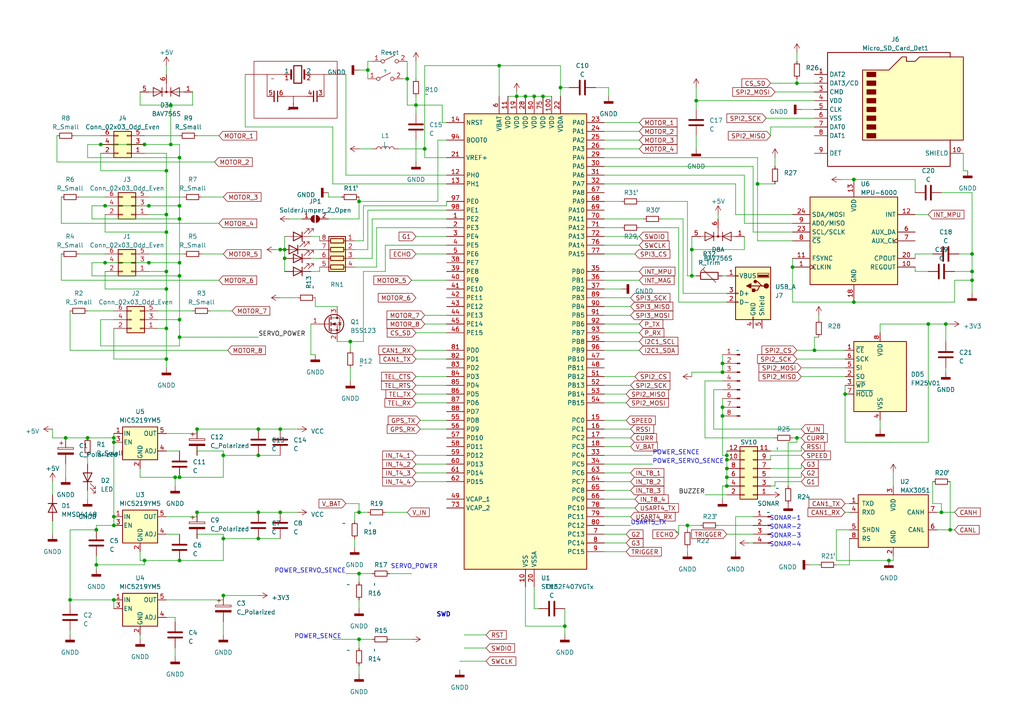
<source format=kicad_sch>
(kicad_sch (version 20230121) (generator eeschema)
  (paper "A4")
  (lib_symbols
    (symbol "Connector:Conn_01x04_Pin" (pin_names (offset 1.016) hide)
      (property "Reference" "J" (at 0 5.08 0))
      (property "Value" "Conn_01x04_Pin" (at 0 -7.62 0))
      (symbol "Conn_01x04_Pin_1_1"
        (pin passive line (at 5.08 2.54 180) (length 3.81) (name "Pin_1") (number "1"))
        (pin passive line (at 5.08 0 180) (length 3.81) (name "Pin_2") (number "2"))
        (pin passive line (at 5.08 -2.54 180) (length 3.81) (name "Pin_3") (number "3"))
        (pin passive line (at 5.08 -5.08 180) (length 3.81) (name "Pin_4") (number "4"))
      )
    )
    (symbol "Connector:Conn_01x08_Pin" (pin_names (offset 1.016) hide)
      (property "Reference" "J" (at 0 10.16 0))
      (property "Value" "Conn_01x08_Pin" (at 0 -12.7 0))
      (symbol "Conn_01x08_Pin_1_1"
        (pin passive line (at 5.08 7.62 180) (length 3.81) (name "Pin_1") (number "1"))
        (pin passive line (at 5.08 5.08 180) (length 3.81) (name "Pin_2") (number "2"))
        (pin passive line (at 5.08 2.54 180) (length 3.81) (name "Pin_3") (number "3"))
        (pin passive line (at 5.08 0 180) (length 3.81) (name "Pin_4") (number "4"))
        (pin passive line (at 5.08 -2.54 180) (length 3.81) (name "Pin_5") (number "5"))
        (pin passive line (at 5.08 -5.08 180) (length 3.81) (name "Pin_6") (number "6"))
        (pin passive line (at 5.08 -7.62 180) (length 3.81) (name "Pin_7") (number "7"))
        (pin passive line (at 5.08 -10.16 180) (length 3.81) (name "Pin_8") (number "8"))
      )
    )
    (symbol "Connector:Micro_SD_Card_Det1"
      (property "Reference" "J" (at -16.51 17.78 0))
      (property "Value" "Micro_SD_Card_Det1" (at 16.51 17.78 0))
      (symbol "Micro_SD_Card_Det1_1_1"
        (pin bidirectional line (at -22.86 10.16 0) (length 3.81) (name "DAT2") (number "1"))
        (pin passive line (at 20.32 -12.7 180) (length 3.81) (name "SHIELD") (number "10"))
        (pin bidirectional line (at -22.86 7.62 0) (length 3.81) (name "DAT3/CD") (number "2"))
        (pin input line (at -22.86 5.08 0) (length 3.81) (name "CMD") (number "3"))
        (pin power_in line (at -22.86 2.54 0) (length 3.81) (name "VDD") (number "4"))
        (pin input line (at -22.86 0 0) (length 3.81) (name "CLK") (number "5"))
        (pin power_in line (at -22.86 -2.54 0) (length 3.81) (name "VSS") (number "6"))
        (pin bidirectional line (at -22.86 -5.08 0) (length 3.81) (name "DAT0") (number "7"))
        (pin bidirectional line (at -22.86 -7.62 0) (length 3.81) (name "DAT1") (number "8"))
        (pin passive line (at -22.86 -12.7 0) (length 3.81) (name "DET") (number "9"))
      )
    )
    (symbol "Connector:USB_A" (pin_names (offset 1.016))
      (property "Reference" "J" (at -5.08 11.43 0))
      (property "Value" "USB_A" (at -5.08 8.89 0))
      (symbol "USB_A_1_1"
        (pin power_in line (at 7.62 5.08 180) (length 2.54) (name "VBUS") (number "1"))
        (pin bidirectional line (at 7.62 -2.54 180) (length 2.54) (name "D-") (number "2"))
        (pin bidirectional line (at 7.62 0 180) (length 2.54) (name "D+") (number "3"))
        (pin power_in line (at 0 -10.16 90) (length 2.54) (name "GND") (number "4"))
        (pin passive line (at -2.54 -10.16 90) (length 2.54) (name "Shield") (number "5"))
      )
    )
    (symbol "Connector_Generic:Conn_02x03_Odd_Even" (pin_names (offset 1.016) hide)
      (property "Reference" "J" (at 1.27 5.08 0))
      (property "Value" "Conn_02x03_Odd_Even" (at 1.27 -5.08 0))
      (symbol "Conn_02x03_Odd_Even_1_1"
        (pin passive line (at -5.08 2.54 0) (length 3.81) (name "Pin_1") (number "1"))
        (pin passive line (at 7.62 2.54 180) (length 3.81) (name "Pin_2") (number "2"))
        (pin passive line (at -5.08 0 0) (length 3.81) (name "Pin_3") (number "3"))
        (pin passive line (at 7.62 0 180) (length 3.81) (name "Pin_4") (number "4"))
        (pin passive line (at -5.08 -2.54 0) (length 3.81) (name "Pin_5") (number "5"))
        (pin passive line (at 7.62 -2.54 180) (length 3.81) (name "Pin_6") (number "6"))
      )
    )
    (symbol "Connector_Generic:Conn_02x06_Odd_Even" (pin_names (offset 1.016) hide)
      (property "Reference" "J" (at 1.27 7.62 0))
      (property "Value" "Conn_02x06_Odd_Even" (at 1.27 -10.16 0))
      (symbol "Conn_02x06_Odd_Even_1_1"
        (pin passive line (at -5.08 5.08 0) (length 3.81) (name "Pin_1") (number "1"))
        (pin passive line (at 7.62 -5.08 180) (length 3.81) (name "Pin_10") (number "10"))
        (pin passive line (at -5.08 -7.62 0) (length 3.81) (name "Pin_11") (number "11"))
        (pin passive line (at 7.62 -7.62 180) (length 3.81) (name "Pin_12") (number "12"))
        (pin passive line (at 7.62 5.08 180) (length 3.81) (name "Pin_2") (number "2"))
        (pin passive line (at -5.08 2.54 0) (length 3.81) (name "Pin_3") (number "3"))
        (pin passive line (at 7.62 2.54 180) (length 3.81) (name "Pin_4") (number "4"))
        (pin passive line (at -5.08 0 0) (length 3.81) (name "Pin_5") (number "5"))
        (pin passive line (at 7.62 0 180) (length 3.81) (name "Pin_6") (number "6"))
        (pin passive line (at -5.08 -2.54 0) (length 3.81) (name "Pin_7") (number "7"))
        (pin passive line (at 7.62 -2.54 180) (length 3.81) (name "Pin_8") (number "8"))
        (pin passive line (at -5.08 -5.08 0) (length 3.81) (name "Pin_9") (number "9"))
      )
    )
    (symbol "Device:C" (pin_numbers hide) (pin_names (offset 0.254))
      (property "Reference" "C" (at 0.635 2.54 0))
      (property "Value" "C" (at 0.635 -2.54 0))
      (symbol "C_1_1"
        (pin passive line (at 0 3.81 270) (length 2.794) (name "~") (number "1"))
        (pin passive line (at 0 -3.81 90) (length 2.794) (name "~") (number "2"))
      )
    )
    (symbol "Device:C_Polarized" (pin_numbers hide) (pin_names (offset 0.254))
      (property "Reference" "C" (at 0.635 2.54 0))
      (property "Value" "C_Polarized" (at 0.635 -2.54 0))
      (symbol "C_Polarized_1_1"
        (pin passive line (at 0 3.81 270) (length 2.794) (name "~") (number "1"))
        (pin passive line (at 0 -3.81 90) (length 2.794) (name "~") (number "2"))
      )
    )
    (symbol "Device:L" (pin_numbers hide) (pin_names (offset 1.016) hide)
      (property "Reference" "L" (at -1.27 0 90))
      (property "Value" "L" (at 1.905 0 90))
      (symbol "L_1_1"
        (pin passive line (at 0 3.81 270) (length 1.27) (name "1") (number "1"))
        (pin passive line (at 0 -3.81 90) (length 1.27) (name "2") (number "2"))
      )
    )
    (symbol "Device:LED" (pin_numbers hide) (pin_names (offset 1.016) hide)
      (property "Reference" "D" (at 0 2.54 0))
      (property "Value" "LED" (at 0 -2.54 0))
      (symbol "LED_1_1"
        (pin passive line (at -3.81 0 0) (length 2.54) (name "K") (number "1"))
        (pin passive line (at 3.81 0 180) (length 2.54) (name "A") (number "2"))
      )
    )
    (symbol "Device:R_Pack04" (pin_names (offset 0) hide)
      (property "Reference" "RN" (at -7.62 0 90))
      (property "Value" "R_Pack04" (at 5.08 0 90))
      (symbol "R_Pack04_1_1"
        (pin passive line (at -5.08 -5.08 90) (length 2.54) (name "R1.1") (number "1"))
        (pin passive line (at -2.54 -5.08 90) (length 2.54) (name "R2.1") (number "2"))
        (pin passive line (at 0 -5.08 90) (length 2.54) (name "R3.1") (number "3"))
        (pin passive line (at 2.54 -5.08 90) (length 2.54) (name "R4.1") (number "4"))
        (pin passive line (at 2.54 5.08 270) (length 2.54) (name "R4.2") (number "5"))
        (pin passive line (at 0 5.08 270) (length 2.54) (name "R3.2") (number "6"))
        (pin passive line (at -2.54 5.08 270) (length 2.54) (name "R2.2") (number "7"))
        (pin passive line (at -5.08 5.08 270) (length 2.54) (name "R1.2") (number "8"))
      )
    )
    (symbol "Device:R_Small" (pin_numbers hide) (pin_names (offset 0.254) hide)
      (property "Reference" "R" (at 0.762 0.508 0))
      (property "Value" "R_Small" (at 0.762 -1.016 0))
      (symbol "R_Small_1_1"
        (pin passive line (at 0 2.54 270) (length 0.762) (name "~") (number "1"))
        (pin passive line (at 0 -2.54 90) (length 0.762) (name "~") (number "2"))
      )
    )
    (symbol "Device:R_Trim" (pin_numbers hide) (pin_names (offset 0))
      (property "Reference" "R" (at 2.54 -2.54 90))
      (property "Value" "R_Trim" (at -2.54 -0.635 90))
      (symbol "R_Trim_1_1"
        (pin passive line (at 0 3.81 270) (length 1.27) (name "~") (number "1"))
        (pin passive line (at 0 -3.81 90) (length 1.27) (name "~") (number "2"))
      )
    )
    (symbol "Diode:BAV756S" (pin_names (offset 0.0254) hide)
      (property "Reference" "D" (at 0 2.54 0))
      (property "Value" "BAV756S" (at 0 5.08 0))
      (symbol "BAV756S_1_1"
        (pin passive line (at -7.62 0 0) (length 2.54) (name "A1") (number "1"))
        (pin passive line (at 7.62 0 180) (length 2.54) (name "A4") (number "5"))
        (pin passive line (at 0 -5.08 90) (length 2.54) (name "CK") (number "6"))
      )
      (symbol "BAV756S_2_1"
        (pin passive line (at -7.62 0 0) (length 2.54) (name "K2") (number "2"))
        (pin passive line (at 0 -5.08 90) (length 2.54) (name "CA") (number "3"))
        (pin passive line (at 7.62 0 180) (length 2.54) (name "K3") (number "4"))
      )
    )
    (symbol "Diode:MMSD4148" (pin_numbers hide) (pin_names hide)
      (property "Reference" "D" (at 0 2.54 0))
      (property "Value" "MMSD4148" (at 0 -2.54 0))
      (symbol "MMSD4148_1_1"
        (pin passive line (at -3.81 0 0) (length 2.54) (name "K") (number "1"))
        (pin passive line (at 3.81 0 180) (length 2.54) (name "A") (number "2"))
      )
    )
    (symbol "GNDD_1" (power) (pin_names (offset 0))
      (property "Value" "GNDD_1" (at 2.54 -3.81 0))
      (symbol "GNDD_1_1_1"
        (pin passive line (at 1.27 6.35 0) (length 1.27) (name "1") (number "1"))
        (pin passive line (at 8.89 6.35 180) (length 1.27) (name "2") (number "2"))
        (pin passive line (at 12.7 0 180) (length 2.032) (name "~") (number "3"))
        (pin passive line (at 7.62 0 0) (length 2.032) (name "~") (number "4"))
        (pin passive line (at -3.81 0 0) (length 2.032) (name "~") (number "5"))
        (pin passive line (at 1.27 0 180) (length 2.032) (name "~") (number "6"))
      )
    )
    (symbol "Interface_UART:MAX3051" (pin_names (offset 1.016))
      (property "Reference" "U" (at -10.16 8.89 0))
      (property "Value" "MAX3051" (at 2.54 8.89 0))
      (symbol "MAX3051_1_1"
        (pin input line (at -12.7 5.08 0) (length 2.54) (name "TXD") (number "1"))
        (pin power_in line (at 0 -10.16 90) (length 2.54) (name "GND") (number "2"))
        (pin power_in line (at 0 10.16 270) (length 2.54) (name "VDD") (number "3"))
        (pin output line (at -12.7 2.54 0) (length 2.54) (name "RXD") (number "4"))
        (pin input line (at -12.7 -2.54 0) (length 2.54) (name "SHDN") (number "5"))
        (pin bidirectional line (at 12.7 -2.54 180) (length 2.54) (name "CANL") (number "6"))
        (pin bidirectional line (at 12.7 2.54 180) (length 2.54) (name "CANH") (number "7"))
        (pin input line (at -12.7 -5.08 0) (length 2.54) (name "RS") (number "8"))
      )
    )
    (symbol "Jumper:SolderJumper_2_Open" (pin_names (offset 0) hide)
      (property "Reference" "JP" (at 0 2.032 0))
      (property "Value" "SolderJumper_2_Open" (at 0 -2.54 0))
      (symbol "SolderJumper_2_Open_1_1"
        (pin passive line (at -3.81 0 0) (length 2.54) (name "A") (number "1"))
        (pin passive line (at 3.81 0 180) (length 2.54) (name "B") (number "2"))
      )
    )
    (symbol "MCU_ST_STM32F4:STM32F407VGTx"
      (property "Reference" "U" (at -17.78 67.31 0))
      (property "Value" "STM32F407VGTx" (at 12.7 67.31 0))
      (symbol "STM32F407VGTx_1_1"
        (pin bidirectional line (at -22.86 35.56 0) (length 5.08) (name "PE2") (number "1"))
        (pin power_in line (at 0 -71.12 90) (length 5.08) (name "VSS") (number "10"))
        (pin power_in line (at 7.62 71.12 270) (length 5.08) (name "VDD") (number "100"))
        (pin power_in line (at -5.08 71.12 270) (length 5.08) (name "VDD") (number "11"))
        (pin bidirectional line (at -22.86 48.26 0) (length 5.08) (name "PH0") (number "12"))
        (pin bidirectional line (at -22.86 45.72 0) (length 5.08) (name "PH1") (number "13"))
        (pin input line (at -22.86 63.5 0) (length 5.08) (name "NRST") (number "14"))
        (pin bidirectional line (at 22.86 -22.86 180) (length 5.08) (name "PC0") (number "15"))
        (pin bidirectional line (at 22.86 -25.4 180) (length 5.08) (name "PC1") (number "16"))
        (pin bidirectional line (at 22.86 -27.94 180) (length 5.08) (name "PC2") (number "17"))
        (pin bidirectional line (at 22.86 -30.48 180) (length 5.08) (name "PC3") (number "18"))
        (pin power_in line (at -2.54 71.12 270) (length 5.08) (name "VDD") (number "19"))
        (pin bidirectional line (at -22.86 33.02 0) (length 5.08) (name "PE3") (number "2"))
        (pin power_in line (at 2.54 -71.12 90) (length 5.08) (name "VSSA") (number "20"))
        (pin input line (at -22.86 53.34 0) (length 5.08) (name "VREF+") (number "21"))
        (pin power_in line (at 10.16 71.12 270) (length 5.08) (name "VDDA") (number "22"))
        (pin bidirectional line (at 22.86 63.5 180) (length 5.08) (name "PA0") (number "23"))
        (pin bidirectional line (at 22.86 60.96 180) (length 5.08) (name "PA1") (number "24"))
        (pin bidirectional line (at 22.86 58.42 180) (length 5.08) (name "PA2") (number "25"))
        (pin bidirectional line (at 22.86 55.88 180) (length 5.08) (name "PA3") (number "26"))
        (pin passive line (at 0 -71.12 90) (length 5.08) hide (name "VSS") (number "27"))
        (pin power_in line (at 0 71.12 270) (length 5.08) (name "VDD") (number "28"))
        (pin bidirectional line (at 22.86 53.34 180) (length 5.08) (name "PA4") (number "29"))
        (pin bidirectional line (at -22.86 30.48 0) (length 5.08) (name "PE4") (number "3"))
        (pin bidirectional line (at 22.86 50.8 180) (length 5.08) (name "PA5") (number "30"))
        (pin bidirectional line (at 22.86 48.26 180) (length 5.08) (name "PA6") (number "31"))
        (pin bidirectional line (at 22.86 45.72 180) (length 5.08) (name "PA7") (number "32"))
        (pin bidirectional line (at 22.86 -33.02 180) (length 5.08) (name "PC4") (number "33"))
        (pin bidirectional line (at 22.86 -35.56 180) (length 5.08) (name "PC5") (number "34"))
        (pin bidirectional line (at 22.86 20.32 180) (length 5.08) (name "PB0") (number "35"))
        (pin bidirectional line (at 22.86 17.78 180) (length 5.08) (name "PB1") (number "36"))
        (pin bidirectional line (at 22.86 15.24 180) (length 5.08) (name "PB2") (number "37"))
        (pin bidirectional line (at -22.86 22.86 0) (length 5.08) (name "PE7") (number "38"))
        (pin bidirectional line (at -22.86 20.32 0) (length 5.08) (name "PE8") (number "39"))
        (pin bidirectional line (at -22.86 27.94 0) (length 5.08) (name "PE5") (number "4"))
        (pin bidirectional line (at -22.86 17.78 0) (length 5.08) (name "PE9") (number "40"))
        (pin bidirectional line (at -22.86 15.24 0) (length 5.08) (name "PE10") (number "41"))
        (pin bidirectional line (at -22.86 12.7 0) (length 5.08) (name "PE11") (number "42"))
        (pin bidirectional line (at -22.86 10.16 0) (length 5.08) (name "PE12") (number "43"))
        (pin bidirectional line (at -22.86 7.62 0) (length 5.08) (name "PE13") (number "44"))
        (pin bidirectional line (at -22.86 5.08 0) (length 5.08) (name "PE14") (number "45"))
        (pin bidirectional line (at -22.86 2.54 0) (length 5.08) (name "PE15") (number "46"))
        (pin bidirectional line (at 22.86 -5.08 180) (length 5.08) (name "PB10") (number "47"))
        (pin bidirectional line (at 22.86 -7.62 180) (length 5.08) (name "PB11") (number "48"))
        (pin power_out line (at -22.86 -45.72 0) (length 5.08) (name "VCAP_1") (number "49"))
        (pin bidirectional line (at -22.86 25.4 0) (length 5.08) (name "PE6") (number "5"))
        (pin power_in line (at 2.54 71.12 270) (length 5.08) (name "VDD") (number "50"))
        (pin bidirectional line (at 22.86 -10.16 180) (length 5.08) (name "PB12") (number "51"))
        (pin bidirectional line (at 22.86 -12.7 180) (length 5.08) (name "PB13") (number "52"))
        (pin bidirectional line (at 22.86 -15.24 180) (length 5.08) (name "PB14") (number "53"))
        (pin bidirectional line (at 22.86 -17.78 180) (length 5.08) (name "PB15") (number "54"))
        (pin bidirectional line (at -22.86 -22.86 0) (length 5.08) (name "PD8") (number "55"))
        (pin bidirectional line (at -22.86 -25.4 0) (length 5.08) (name "PD9") (number "56"))
        (pin bidirectional line (at -22.86 -27.94 0) (length 5.08) (name "PD10") (number "57"))
        (pin bidirectional line (at -22.86 -30.48 0) (length 5.08) (name "PD11") (number "58"))
        (pin bidirectional line (at -22.86 -33.02 0) (length 5.08) (name "PD12") (number "59"))
        (pin power_in line (at -7.62 71.12 270) (length 5.08) (name "VBAT") (number "6"))
        (pin bidirectional line (at -22.86 -35.56 0) (length 5.08) (name "PD13") (number "60"))
        (pin bidirectional line (at -22.86 -38.1 0) (length 5.08) (name "PD14") (number "61"))
        (pin bidirectional line (at -22.86 -40.64 0) (length 5.08) (name "PD15") (number "62"))
        (pin bidirectional line (at 22.86 -38.1 180) (length 5.08) (name "PC6") (number "63"))
        (pin bidirectional line (at 22.86 -40.64 180) (length 5.08) (name "PC7") (number "64"))
        (pin bidirectional line (at 22.86 -43.18 180) (length 5.08) (name "PC8") (number "65"))
        (pin bidirectional line (at 22.86 -45.72 180) (length 5.08) (name "PC9") (number "66"))
        (pin bidirectional line (at 22.86 43.18 180) (length 5.08) (name "PA8") (number "67"))
        (pin bidirectional line (at 22.86 40.64 180) (length 5.08) (name "PA9") (number "68"))
        (pin bidirectional line (at 22.86 38.1 180) (length 5.08) (name "PA10") (number "69"))
        (pin bidirectional line (at 22.86 -55.88 180) (length 5.08) (name "PC13") (number "7"))
        (pin bidirectional line (at 22.86 35.56 180) (length 5.08) (name "PA11") (number "70"))
        (pin bidirectional line (at 22.86 33.02 180) (length 5.08) (name "PA12") (number "71"))
        (pin bidirectional line (at 22.86 30.48 180) (length 5.08) (name "PA13") (number "72"))
        (pin power_out line (at -22.86 -48.26 0) (length 5.08) (name "VCAP_2") (number "73"))
        (pin passive line (at 0 -71.12 90) (length 5.08) hide (name "VSS") (number "74"))
        (pin power_in line (at 5.08 71.12 270) (length 5.08) (name "VDD") (number "75"))
        (pin bidirectional line (at 22.86 27.94 180) (length 5.08) (name "PA14") (number "76"))
        (pin bidirectional line (at 22.86 25.4 180) (length 5.08) (name "PA15") (number "77"))
        (pin bidirectional line (at 22.86 -48.26 180) (length 5.08) (name "PC10") (number "78"))
        (pin bidirectional line (at 22.86 -50.8 180) (length 5.08) (name "PC11") (number "79"))
        (pin bidirectional line (at 22.86 -58.42 180) (length 5.08) (name "PC14") (number "8"))
        (pin bidirectional line (at 22.86 -53.34 180) (length 5.08) (name "PC12") (number "80"))
        (pin bidirectional line (at -22.86 -2.54 0) (length 5.08) (name "PD0") (number "81"))
        (pin bidirectional line (at -22.86 -5.08 0) (length 5.08) (name "PD1") (number "82"))
        (pin bidirectional line (at -22.86 -7.62 0) (length 5.08) (name "PD2") (number "83"))
        (pin bidirectional line (at -22.86 -10.16 0) (length 5.08) (name "PD3") (number "84"))
        (pin bidirectional line (at -22.86 -12.7 0) (length 5.08) (name "PD4") (number "85"))
        (pin bidirectional line (at -22.86 -15.24 0) (length 5.08) (name "PD5") (number "86"))
        (pin bidirectional line (at -22.86 -17.78 0) (length 5.08) (name "PD6") (number "87"))
        (pin bidirectional line (at -22.86 -20.32 0) (length 5.08) (name "PD7") (number "88"))
        (pin bidirectional line (at 22.86 12.7 180) (length 5.08) (name "PB3") (number "89"))
        (pin bidirectional line (at 22.86 -60.96 180) (length 5.08) (name "PC15") (number "9"))
        (pin bidirectional line (at 22.86 10.16 180) (length 5.08) (name "PB4") (number "90"))
        (pin bidirectional line (at 22.86 7.62 180) (length 5.08) (name "PB5") (number "91"))
        (pin bidirectional line (at 22.86 5.08 180) (length 5.08) (name "PB6") (number "92"))
        (pin bidirectional line (at 22.86 2.54 180) (length 5.08) (name "PB7") (number "93"))
        (pin input line (at -22.86 58.42 0) (length 5.08) (name "BOOT0") (number "94"))
        (pin bidirectional line (at 22.86 0 180) (length 5.08) (name "PB8") (number "95"))
        (pin bidirectional line (at 22.86 -2.54 180) (length 5.08) (name "PB9") (number "96"))
        (pin bidirectional line (at -22.86 40.64 0) (length 5.08) (name "PE0") (number "97"))
        (pin bidirectional line (at -22.86 38.1 0) (length 5.08) (name "PE1") (number "98"))
        (pin passive line (at 0 -71.12 90) (length 5.08) hide (name "VSS") (number "99"))
      )
    )
    (symbol "Memory_Flash:SST25VF080B-50-4x-S2Ax"
      (property "Reference" "U" (at -6.35 11.43 0))
      (property "Value" "SST25VF080B-50-4x-S2Ax" (at 13.97 11.43 0))
      (symbol "SST25VF080B-50-4x-S2Ax_1_1"
        (pin input line (at -10.16 7.62 0) (length 2.54) (name "~{CE}") (number "1"))
        (pin output line (at -10.16 0 0) (length 2.54) (name "SO") (number "2"))
        (pin input line (at -10.16 -2.54 0) (length 2.54) (name "~{WP}") (number "3"))
        (pin power_in line (at 0 -12.7 90) (length 2.54) (name "VSS") (number "4"))
        (pin input line (at -10.16 2.54 0) (length 2.54) (name "SI") (number "5"))
        (pin input line (at -10.16 5.08 0) (length 2.54) (name "SCK") (number "6"))
        (pin input line (at -10.16 -5.08 0) (length 2.54) (name "~{HOLD}") (number "7"))
        (pin power_in line (at 0 12.7 270) (length 2.54) (name "VDD") (number "8"))
      )
    )
    (symbol "Regulator_Linear:MIC5219YM5" (pin_names (offset 0.254))
      (property "Reference" "U" (at -3.81 5.715 0))
      (property "Value" "MIC5219YM5" (at 0 5.715 0))
      (symbol "MIC5219YM5_1_1"
        (pin power_in line (at -7.62 2.54 0) (length 2.54) (name "IN") (number "1"))
        (pin power_in line (at 0 -7.62 90) (length 2.54) (name "GND") (number "2"))
        (pin input line (at -7.62 0 0) (length 2.54) (name "EN") (number "3"))
        (pin input line (at 7.62 -2.54 180) (length 2.54) (name "ADJ") (number "4"))
        (pin power_out line (at 7.62 2.54 180) (length 2.54) (name "OUT") (number "5"))
      )
    )
    (symbol "Sensor_Motion:MPU-6000"
      (property "Reference" "U" (at -11.43 13.97 0))
      (property "Value" "MPU-6000" (at 7.62 -13.97 0))
      (symbol "MPU-6000_1_1"
        (pin input clock (at -17.78 -7.62 0) (length 5.08) (name "CLKIN") (number "1"))
        (pin passive line (at 17.78 -7.62 180) (length 5.08) (name "REGOUT") (number "10"))
        (pin input line (at -17.78 -5.08 0) (length 5.08) (name "FSYNC") (number "11"))
        (pin output line (at 17.78 7.62 180) (length 5.08) (name "INT") (number "12"))
        (pin power_in line (at 0 17.78 270) (length 5.08) (name "VDD") (number "13"))
        (pin power_in line (at 0 -17.78 90) (length 5.08) (name "GND") (number "18"))
        (pin passive line (at 17.78 -5.08 180) (length 5.08) (name "CPOUT") (number "20"))
        (pin input line (at -17.78 2.54 0) (length 5.08) (name "SCL/SCLK") (number "23"))
        (pin bidirectional line (at -17.78 7.62 0) (length 5.08) (name "SDA/MOSI") (number "24"))
        (pin bidirectional line (at 17.78 2.54 180) (length 5.08) (name "AUX_DA") (number "6"))
        (pin output clock (at 17.78 0 180) (length 5.08) (name "AUX_CL") (number "7"))
        (pin input line (at -17.78 0 0) (length 5.08) (name "~{CS}") (number "8"))
        (pin bidirectional line (at -17.78 5.08 0) (length 5.08) (name "AD0/MISO") (number "9"))
      )
    )
    (symbol "Switch:SW_SPST" (pin_names (offset 0) hide)
      (property "Reference" "SW" (at 0 3.175 0))
      (property "Value" "SW_SPST" (at 0 -2.54 0))
      (symbol "SW_SPST_1_1"
        (pin passive line (at -5.08 0 0) (length 2.54) (name "A") (number "1"))
        (pin passive line (at 5.08 0 180) (length 2.54) (name "B") (number "2"))
      )
    )
    (symbol "Transistor_FET:BSS123" (pin_names hide)
      (property "Reference" "Q" (at 5.08 1.905 0))
      (property "Value" "BSS123" (at 5.08 0 0))
      (symbol "BSS123_1_1"
        (pin input line (at -5.08 0 0) (length 2.54) (name "G") (number "1"))
        (pin passive line (at 2.54 -5.08 90) (length 2.54) (name "S") (number "2"))
        (pin passive line (at 2.54 5.08 270) (length 2.54) (name "D") (number "3"))
      )
    )
    (symbol "power:+3V3" (power) (pin_names (offset 0))
      (property "Value" "+3V3" (at 0 3.556 0))
      (symbol "+3V3_1_1"
        (pin power_in line (at 0 0 90) (length 0) hide (name "+3V3") (number "1"))
      )
    )
    (symbol "power:+5V" (power) (pin_names (offset 0))
      (property "Value" "+5V" (at 0 3.556 0))
      (symbol "+5V_1_1"
        (pin power_in line (at 0 0 90) (length 0) hide (name "+5V") (number "1"))
      )
    )
    (symbol "power:GNDD" (power) (pin_names (offset 0))
      (property "Value" "GNDD" (at 0 -3.175 0))
      (symbol "GNDD_1_1"
        (pin power_in line (at 0 0 270) (length 0) hide (name "GNDD") (number "1"))
      )
    )
    (symbol "power:VCC" (power) (pin_names (offset 0))
      (property "Value" "VCC" (at 0 3.81 0))
      (symbol "VCC_1_1"
        (pin power_in line (at 0 0 90) (length 0) hide (name "VCC") (number "1"))
      )
    )
  )
  (junction (at 33.02 127))
  (junction (at 106.68 20.32))
  (junction (at 231.14 127))
  (junction (at 52.07 59.69))
  (junction (at 52.07 138.43))
  (junction (at 231.14 24.13))
  (junction (at 200.66 72.39))
  (junction (at 257.81 162.56))
  (junction (at 229.87 77.47))
  (junction (at 104.14 185.42))
  (junction (at 209.55 105.41))
  (junction (at 33.02 173.99))
  (junction (at 52.07 162.56))
  (junction (at 118.11 22.86))
  (junction (at 247.65 52.07))
  (junction (at 48.26 62.23))
  (junction (at 269.24 93.98))
  (junction (at 209.55 118.11))
  (junction (at 25.4 127))
  (junction (at 157.48 27.94))
  (junction (at 49.53 41.91))
  (junction (at 219.71 53.34))
  (junction (at 209.55 120.65))
  (junction (at 163.83 181.61))
  (junction (at 104.14 166.37))
  (junction (at 81.28 124.46))
  (junction (at 33.02 128.27))
  (junction (at 82.55 72.39))
  (junction (at 236.22 101.6))
  (junction (at 74.93 124.46))
  (junction (at 52.07 92.71))
  (junction (at 104.14 148.59))
  (junction (at 101.6 99.06))
  (junction (at 74.93 132.08))
  (junction (at 245.11 114.3))
  (junction (at 41.91 41.91))
  (junction (at 30.48 76.2))
  (junction (at 64.77 132.08))
  (junction (at 30.48 59.69))
  (junction (at 57.15 124.46))
  (junction (at 200.66 80.01))
  (junction (at 19.05 127))
  (junction (at 33.02 152.4))
  (junction (at 281.94 78.74))
  (junction (at 64.77 172.72))
  (junction (at 274.32 93.98))
  (junction (at 52.07 80.01))
  (junction (at 210.82 133.35))
  (junction (at 209.55 107.95))
  (junction (at 123.19 43.18))
  (junction (at 52.07 97.79))
  (junction (at 74.93 156.21))
  (junction (at 57.15 148.59))
  (junction (at 52.07 63.5))
  (junction (at 210.82 138.43))
  (junction (at 120.65 30.48))
  (junction (at 48.26 78.74))
  (junction (at 48.26 49.53))
  (junction (at 104.14 58.42))
  (junction (at 27.94 163.83))
  (junction (at 74.93 148.59))
  (junction (at 210.82 135.89))
  (junction (at 281.94 81.28))
  (junction (at 210.82 140.97))
  (junction (at 33.02 149.86))
  (junction (at 48.26 67.31))
  (junction (at 162.56 25.4))
  (junction (at 52.07 76.2))
  (junction (at 199.39 152.4))
  (junction (at 50.8 138.43))
  (junction (at 247.65 87.63))
  (junction (at 48.26 104.14))
  (junction (at 43.18 76.2))
  (junction (at 64.77 156.21))
  (junction (at 48.26 95.25))
  (junction (at 48.26 83.82))
  (junction (at 273.05 148.59))
  (junction (at 27.94 153.67))
  (junction (at 29.21 41.91))
  (junction (at 144.78 19.05))
  (junction (at 52.07 45.72))
  (junction (at 20.32 173.99))
  (junction (at 281.94 73.66))
  (junction (at 210.82 132.08))
  (junction (at 275.59 153.67))
  (junction (at 81.28 72.39))
  (junction (at 43.18 59.69))
  (junction (at 152.4 27.94))
  (junction (at 49.53 30.48))
  (junction (at 149.86 27.94))
  (junction (at 154.94 27.94))
  (junction (at 201.93 29.21))
  (junction (at 41.91 162.56))
  (junction (at 81.28 148.59))
  (junction (at 82.55 74.93))
  (wire (pts (xy 25.4 41.91) (xy 29.21 41.91)))
  (wire (pts (xy 229.87 69.85) (xy 219.71 69.85)))
  (wire (pts (xy 172.72 25.4) (xy 176.53 25.4)))
  (wire (pts (xy 81.28 124.46) (xy 86.36 124.46)))
  (wire (pts (xy 25.4 90.17) (xy 33.02 90.17)))
  (wire (pts (xy 128.27 35.56) (xy 128.27 30.48)))
  (wire (pts (xy 123.19 19.05) (xy 123.19 43.18)))
  (wire (pts (xy 111.76 78.74) (xy 105.41 78.74)))
  (wire (pts (xy 232.41 124.46) (xy 207.01 124.46)))
  (wire (pts (xy 199.39 152.4) (xy 199.39 153.67)))
  (wire (pts (xy 259.08 162.56) (xy 259.08 161.29)))
  (wire (pts (xy 273.05 55.88) (xy 281.94 55.88)))
  (wire (pts (xy 175.26 83.82) (xy 180.34 83.82)))
  (wire (pts (xy 120.65 116.84) (xy 129.54 116.84)))
  (wire (pts (xy 88.9 72.39) (xy 92.71 72.39)))
  (wire (pts (xy 104.14 185.42) (xy 104.14 187.96)))
  (wire (pts (xy 147.32 27.94) (xy 149.86 27.94)))
  (wire (pts (xy 120.65 109.22) (xy 129.54 109.22)))
  (wire (pts (xy 105.41 78.74) (xy 105.41 99.06)))
  (wire (pts (xy 102.87 156.21) (xy 102.87 158.75)))
  (wire (pts (xy 52.07 59.69) (xy 52.07 63.5)))
  (wire (pts (xy 107.95 185.42) (xy 104.14 185.42)))
  (wire (pts (xy 82.55 72.39) (xy 82.55 74.93)))
  (wire (pts (xy 270.51 73.66) (xy 265.43 73.66)))
  (wire (pts (xy 40.64 135.89) (xy 40.64 138.43)))
  (wire (pts (xy 229.87 87.63) (xy 247.65 87.63)))
  (wire (pts (xy 218.44 48.26) (xy 175.26 48.26)))
  (wire (pts (xy 200.66 80.01) (xy 201.93 80.01)))
  (wire (pts (xy 200.66 109.22) (xy 200.66 107.95)))
  (wire (pts (xy 106.68 148.59) (xy 104.14 148.59)))
  (wire (pts (xy 19.05 134.62) (xy 19.05 138.43)))
  (wire (pts (xy 209.55 115.57) (xy 209.55 118.11)))
  (wire (pts (xy 275.59 139.7) (xy 275.59 153.67)))
  (wire (pts (xy 201.93 29.21) (xy 236.22 29.21)))
  (wire (pts (xy 27.94 163.83) (xy 41.91 163.83)))
  (wire (pts (xy 281.94 55.88) (xy 281.94 73.66)))
  (wire (pts (xy 175.26 81.28) (xy 185.42 81.28)))
  (wire (pts (xy 246.38 153.67) (xy 242.57 153.67)))
  (wire (pts (xy 120.65 104.14) (xy 129.54 104.14)))
  (wire (pts (xy 26.67 63.5) (xy 52.07 63.5)))
  (wire (pts (xy 120.65 27.94) (xy 120.65 30.48)))
  (wire (pts (xy 106.68 20.32) (xy 106.68 17.78)))
  (wire (pts (xy 27.94 163.83) (xy 27.94 165.1)))
  (wire (pts (xy 22.86 73.66) (xy 30.48 73.66)))
  (wire (pts (xy 175.26 101.6) (xy 185.42 101.6)))
  (wire (pts (xy 16.51 46.99) (xy 62.23 46.99)))
  (wire (pts (xy 17.78 81.28) (xy 63.5 81.28)))
  (wire (pts (xy 52.07 41.91) (xy 52.07 45.72)))
  (wire (pts (xy 48.26 44.45) (xy 48.26 49.53)))
  (wire (pts (xy 58.42 73.66) (xy 64.77 73.66)))
  (wire (pts (xy 92.71 77.47) (xy 92.71 78.74)))
  (wire (pts (xy 74.93 124.46) (xy 81.28 124.46)))
  (wire (pts (xy 223.52 138.43) (xy 232.41 138.43)))
  (wire (pts (xy 175.26 160.02) (xy 181.61 160.02)))
  (wire (pts (xy 64.77 173.99) (xy 64.77 172.72)))
  (wire (pts (xy 52.07 45.72) (xy 52.07 59.69)))
  (wire (pts (xy 101.6 106.68) (xy 101.6 110.49)))
  (wire (pts (xy 271.78 148.59) (xy 273.05 148.59)))
  (wire (pts (xy 16.51 39.37) (xy 16.51 46.99)))
  (wire (pts (xy 25.4 45.72) (xy 52.07 45.72)))
  (wire (pts (xy 50.8 140.97) (xy 50.8 138.43)))
  (wire (pts (xy 41.91 41.91) (xy 49.53 41.91)))
  (wire (pts (xy 242.57 162.56) (xy 257.81 162.56)))
  (wire (pts (xy 127 40.64) (xy 127 58.42)))
  (wire (pts (xy 229.87 62.23) (xy 213.36 62.23)))
  (wire (pts (xy 224.79 53.34) (xy 219.71 53.34)))
  (wire (pts (xy 104.14 173.99) (xy 104.14 176.53)))
  (wire (pts (xy 107.95 166.37) (xy 104.14 166.37)))
  (wire (pts (xy 232.41 132.08) (xy 223.52 132.08)))
  (wire (pts (xy 95.25 57.15) (xy 95.25 55.88)))
  (wire (pts (xy 213.36 53.34) (xy 175.26 53.34)))
  (wire (pts (xy 81.28 72.39) (xy 82.55 72.39)))
  (wire (pts (xy 175.26 137.16) (xy 182.88 137.16)))
  (wire (pts (xy 107.95 63.5) (xy 107.95 74.93)))
  (wire (pts (xy 104.14 193.04) (xy 104.14 195.58)))
  (wire (pts (xy 120.65 111.76) (xy 129.54 111.76)))
  (wire (pts (xy 175.26 139.7) (xy 182.88 139.7)))
  (wire (pts (xy 64.77 156.21) (xy 64.77 162.56)))
  (wire (pts (xy 111.76 71.12) (xy 111.76 78.74)))
  (wire (pts (xy 213.36 62.23) (xy 213.36 53.34)))
  (wire (pts (xy 265.43 73.66) (xy 265.43 74.93)))
  (wire (pts (xy 243.84 52.07) (xy 247.65 52.07)))
  (wire (pts (xy 129.54 58.42) (xy 129.54 59.69)))
  (wire (pts (xy 245.11 128.27) (xy 269.24 128.27)))
  (wire (pts (xy 223.52 135.89) (xy 232.41 135.89)))
  (wire (pts (xy 232.41 135.89) (xy 232.41 134.62)))
  (wire (pts (xy 229.87 77.47) (xy 229.87 87.63)))
  (wire (pts (xy 271.78 153.67) (xy 275.59 153.67)))
  (wire (pts (xy 33.02 128.27) (xy 33.02 149.86)))
  (wire (pts (xy 175.26 152.4) (xy 182.88 152.4)))
  (wire (pts (xy 185.42 58.42) (xy 199.39 58.42)))
  (wire (pts (xy 229.87 67.31) (xy 218.44 67.31)))
  (wire (pts (xy 232.41 139.7) (xy 224.79 139.7)))
  (wire (pts (xy 55.88 26.67) (xy 55.88 30.48)))
  (wire (pts (xy 255.27 93.98) (xy 255.27 96.52)))
  (wire (pts (xy 90.17 74.93) (xy 92.71 74.93)))
  (wire (pts (xy 41.91 162.56) (xy 52.07 162.56)))
  (wire (pts (xy 120.65 68.58) (xy 129.54 68.58)))
  (wire (pts (xy 144.78 19.05) (xy 144.78 27.94)))
  (wire (pts (xy 217.17 157.48) (xy 218.44 157.48)))
  (wire (pts (xy 228.6 140.97) (xy 228.6 128.27)))
  (wire (pts (xy 209.55 132.08) (xy 210.82 132.08)))
  (wire (pts (xy 123.19 43.18) (xy 123.19 45.72)))
  (wire (pts (xy 274.32 93.98) (xy 274.32 99.06)))
  (wire (pts (xy 231.14 101.6) (xy 236.22 101.6)))
  (wire (pts (xy 64.77 154.94) (xy 57.15 154.94)))
  (wire (pts (xy 52.07 162.56) (xy 64.77 162.56)))
  (wire (pts (xy 48.26 19.05) (xy 48.26 21.59)))
  (wire (pts (xy 113.03 166.37) (xy 119.38 166.37)))
  (wire (pts (xy 175.26 124.46) (xy 182.88 124.46)))
  (wire (pts (xy 30.48 62.23) (xy 30.48 67.31)))
  (wire (pts (xy 92.71 68.58) (xy 92.71 69.85)))
  (wire (pts (xy 236.22 97.79) (xy 236.22 101.6)))
  (wire (pts (xy 20.32 101.6) (xy 66.04 101.6)))
  (wire (pts (xy 175.26 99.06) (xy 185.42 99.06)))
  (wire (pts (xy 106.68 22.86) (xy 106.68 20.32)))
  (wire (pts (xy 175.26 35.56) (xy 185.42 35.56)))
  (wire (pts (xy 74.93 132.08) (xy 81.28 132.08)))
  (wire (pts (xy 175.26 78.74) (xy 185.42 78.74)))
  (wire (pts (xy 120.65 30.48) (xy 120.65 33.02)))
  (wire (pts (xy 82.55 68.58) (xy 82.55 72.39)))
  (wire (pts (xy 209.55 118.11) (xy 209.55 120.65)))
  (wire (pts (xy 48.26 83.82) (xy 48.26 95.25)))
  (wire (pts (xy 26.67 59.69) (xy 30.48 59.69)))
  (wire (pts (xy 71.12 21.59) (xy 71.12 36.83)))
  (wire (pts (xy 149.86 27.94) (xy 152.4 27.94)))
  (wire (pts (xy 113.03 185.42) (xy 119.38 185.42)))
  (wire (pts (xy 200.66 68.58) (xy 200.66 72.39)))
  (wire (pts (xy 41.91 163.83) (xy 41.91 162.56)))
  (wire (pts (xy 270.51 139.7) (xy 270.51 146.05)))
  (wire (pts (xy 123.19 45.72) (xy 129.54 45.72)))
  (wire (pts (xy 229.87 64.77) (xy 215.9 64.77)))
  (wire (pts (xy 25.4 142.24) (xy 25.4 144.78)))
  (wire (pts (xy 242.57 153.67) (xy 242.57 162.56)))
  (wire (pts (xy 104.14 20.32) (xy 106.68 20.32)))
  (wire (pts (xy 200.66 72.39) (xy 215.9 72.39)))
  (wire (pts (xy 231.14 127) (xy 232.41 127)))
  (wire (pts (xy 102.87 148.59) (xy 102.87 151.13)))
  (wire (pts (xy 245.11 111.76) (xy 245.11 114.3)))
  (wire (pts (xy 48.26 67.31) (xy 48.26 78.74)))
  (wire (pts (xy 213.36 149.86) (xy 213.36 160.02)))
  (wire (pts (xy 43.18 57.15) (xy 53.34 57.15)))
  (wire (pts (xy 245.11 148.59) (xy 246.38 148.59)))
  (wire (pts (xy 71.12 36.83) (xy 96.52 36.83)))
  (wire (pts (xy 279.4 49.53) (xy 280.67 49.53)))
  (wire (pts (xy 255.27 121.92) (xy 255.27 124.46)))
  (wire (pts (xy 196.85 87.63) (xy 210.82 87.63)))
  (wire (pts (xy 49.53 30.48) (xy 49.53 41.91)))
  (wire (pts (xy 17.78 57.15) (xy 17.78 64.77)))
  (wire (pts (xy 48.26 104.14) (xy 48.26 106.68)))
  (wire (pts (xy 163.83 176.53) (xy 163.83 181.61)))
  (wire (pts (xy 199.39 80.01) (xy 200.66 80.01)))
  (wire (pts (xy 57.15 149.86) (xy 57.15 148.59)))
  (wire (pts (xy 119.38 81.28) (xy 129.54 81.28)))
  (wire (pts (xy 48.26 95.25) (xy 48.26 104.14)))
  (wire (pts (xy 52.07 92.71) (xy 52.07 97.79)))
  (wire (pts (xy 162.56 25.4) (xy 165.1 25.4)))
  (wire (pts (xy 17.78 73.66) (xy 17.78 81.28)))
  (wire (pts (xy 281.94 78.74) (xy 281.94 81.28)))
  (wire (pts (xy 90.17 93.98) (xy 90.17 102.87)))
  (wire (pts (xy 246.38 156.21) (xy 246.38 163.83)))
  (wire (pts (xy 64.77 130.81) (xy 64.77 132.08)))
  (wire (pts (xy 234.95 163.83) (xy 237.49 163.83)))
  (wire (pts (xy 104.14 57.15) (xy 104.14 58.42)))
  (wire (pts (xy 96.52 53.34) (xy 129.54 53.34)))
  (wire (pts (xy 204.47 143.51) (xy 210.82 143.51)))
  (wire (pts (xy 123.19 93.98) (xy 129.54 93.98)))
  (wire (pts (xy 74.93 172.72) (xy 64.77 172.72)))
  (wire (pts (xy 97.79 88.9) (xy 91.44 88.9)))
  (wire (pts (xy 64.77 130.81) (xy 57.15 130.81)))
  (wire (pts (xy 149.86 26.67) (xy 149.86 27.94)))
  (wire (pts (xy 57.15 39.37) (xy 63.5 39.37)))
  (wire (pts (xy 175.26 144.78) (xy 184.15 144.78)))
  (wire (pts (xy 215.9 64.77) (xy 215.9 50.8)))
  (wire (pts (xy 265.43 62.23) (xy 269.24 62.23)))
  (wire (pts (xy 43.18 78.74) (xy 48.26 78.74)))
  (wire (pts (xy 209.55 102.87) (xy 209.55 105.41)))
  (wire (pts (xy 245.11 114.3) (xy 245.11 128.27)))
  (wire (pts (xy 163.83 181.61) (xy 163.83 184.15)))
  (wire (pts (xy 209.55 120.65) (xy 209.55 132.08)))
  (wire (pts (xy 134.62 187.96) (xy 140.97 187.96)))
  (wire (pts (xy 201.93 25.4) (xy 201.93 29.21)))
  (wire (pts (xy 175.26 66.04) (xy 180.34 66.04)))
  (wire (pts (xy 231.14 24.13) (xy 236.22 24.13)))
  (wire (pts (xy 48.26 125.73) (xy 57.15 125.73)))
  (wire (pts (xy 196.85 154.94) (xy 196.85 152.4)))
  (wire (pts (xy 43.18 59.69) (xy 52.07 59.69)))
  (wire (pts (xy 232.41 109.22) (xy 245.11 109.22)))
  (wire (pts (xy 175.26 116.84) (xy 181.61 116.84)))
  (wire (pts (xy 175.26 134.62) (xy 189.23 134.62)))
  (wire (pts (xy 175.26 121.92) (xy 181.61 121.92)))
  (wire (pts (xy 43.18 73.66) (xy 53.34 73.66)))
  (wire (pts (xy 218.44 67.31) (xy 218.44 48.26)))
  (wire (pts (xy 91.44 88.9) (xy 91.44 86.36)))
  (wire (pts (xy 25.4 41.91) (xy 25.4 45.72)))
  (wire (pts (xy 269.24 78.74) (xy 265.43 78.74)))
  (wire (pts (xy 269.24 93.98) (xy 274.32 93.98)))
  (wire (pts (xy 222.25 34.29) (xy 236.22 34.29)))
  (wire (pts (xy 33.02 152.4) (xy 27.94 152.4)))
  (wire (pts (xy 45.72 90.17) (xy 55.88 90.17)))
  (wire (pts (xy 152.4 27.94) (xy 154.94 27.94)))
  (wire (pts (xy 276.86 87.63) (xy 276.86 81.28)))
  (wire (pts (xy 175.26 43.18) (xy 185.42 43.18)))
  (wire (pts (xy 123.19 91.44) (xy 129.54 91.44)))
  (wire (pts (xy 270.51 146.05) (xy 273.05 146.05)))
  (wire (pts (xy 129.54 35.56) (xy 128.27 35.56)))
  (wire (pts (xy 120.65 40.64) (xy 120.65 46.99)))
  (wire (pts (xy 175.26 40.64) (xy 185.42 40.64)))
  (wire (pts (xy 30.48 76.2) (xy 43.18 76.2)))
  (wire (pts (xy 120.65 30.48) (xy 118.11 30.48)))
  (wire (pts (xy 33.02 173.99) (xy 20.32 173.99)))
  (wire (pts (xy 259.08 137.16) (xy 259.08 140.97)))
  (wire (pts (xy 92.71 78.74) (xy 90.17 78.74)))
  (wire (pts (xy 120.65 114.3) (xy 129.54 114.3)))
  (wire (pts (xy 231.14 24.13) (xy 231.14 22.86)))
  (wire (pts (xy 273.05 148.59) (xy 276.86 148.59)))
  (wire (pts (xy 58.42 57.15) (xy 64.77 57.15)))
  (wire (pts (xy 52.07 97.79) (xy 74.93 97.79)))
  (wire (pts (xy 279.4 44.45) (xy 279.4 49.53)))
  (wire (pts (xy 29.21 100.33) (xy 52.07 100.33)))
  (wire (pts (xy 210.82 138.43) (xy 210.82 140.97)))
  (wire (pts (xy 99.06 57.15) (xy 95.25 57.15)))
  (wire (pts (xy 162.56 19.05) (xy 144.78 19.05)))
  (wire (pts (xy 231.14 104.14) (xy 245.11 104.14)))
  (wire (pts (xy 210.82 130.81) (xy 210.82 132.08)))
  (wire (pts (xy 100.33 21.59) (xy 100.33 50.8)))
  (wire (pts (xy 201.93 39.37) (xy 201.93 43.18)))
  (wire (pts (xy 43.18 62.23) (xy 48.26 62.23)))
  (wire (pts (xy 207.01 113.03) (xy 209.55 113.03)))
  (wire (pts (xy 106.68 72.39) (xy 102.87 72.39)))
  (wire (pts (xy 265.43 78.74) (xy 265.43 77.47)))
  (wire (pts (xy 129.54 124.46) (xy 121.92 124.46)))
  (wire (pts (xy 104.14 148.59) (xy 102.87 148.59)))
  (wire (pts (xy 198.12 63.5) (xy 198.12 85.09)))
  (wire (pts (xy 133.35 191.77) (xy 140.97 191.77)))
  (wire (pts (xy 50.8 138.43) (xy 52.07 138.43)))
  (wire (pts (xy 255.27 93.98) (xy 269.24 93.98)))
  (wire (pts (xy 175.26 142.24) (xy 182.88 142.24)))
  (wire (pts (xy 26.67 76.2) (xy 30.48 76.2)))
  (wire (pts (xy 175.26 93.98) (xy 185.42 93.98)))
  (wire (pts (xy 43.18 76.2) (xy 52.07 76.2)))
  (wire (pts (xy 20.32 153.67) (xy 20.32 173.99)))
  (wire (pts (xy 60.96 90.17) (xy 67.31 90.17)))
  (wire (pts (xy 247.65 52.07) (xy 265.43 52.07)))
  (wire (pts (xy 224.79 140.97) (xy 223.52 140.97)))
  (wire (pts (xy 118.11 22.86) (xy 116.84 22.86)))
  (wire (pts (xy 128.27 30.48) (xy 120.65 30.48)))
  (wire (pts (xy 20.32 90.17) (xy 20.32 101.6)))
  (wire (pts (xy 219.71 53.34) (xy 219.71 69.85)))
  (wire (pts (xy 229.87 127) (xy 231.14 127)))
  (wire (pts (xy 199.39 158.75) (xy 199.39 160.02)))
  (wire (pts (xy 175.26 63.5) (xy 186.69 63.5)))
  (wire (pts (xy 120.65 96.52) (xy 129.54 96.52)))
  (wire (pts (xy 175.26 73.66) (xy 184.15 73.66)))
  (wire (pts (xy 49.53 30.48) (xy 55.88 30.48)))
  (wire (pts (xy 175.26 127) (xy 182.88 127)))
  (wire (pts (xy 224.79 139.7) (xy 224.79 140.97)))
  (wire (pts (xy 236.22 101.6) (xy 245.11 101.6)))
  (wire (pts (xy 30.48 83.82) (xy 48.26 83.82)))
  (wire (pts (xy 101.6 99.06) (xy 97.79 99.06)))
  (wire (pts (xy 120.65 17.78) (xy 120.65 22.86)))
  (wire (pts (xy 229.87 74.93) (xy 229.87 77.47)))
  (wire (pts (xy 208.28 152.4) (xy 218.44 152.4)))
  (wire (pts (xy 154.94 170.18) (xy 154.94 176.53)))
  (wire (pts (xy 33.02 92.71) (xy 29.21 92.71)))
  (wire (pts (xy 224.79 127) (xy 204.47 127)))
  (wire (pts (xy 33.02 95.25) (xy 33.02 104.14)))
  (wire (pts (xy 27.94 152.4) (xy 27.94 153.67)))
  (wire (pts (xy 198.12 85.09) (xy 210.82 85.09)))
  (wire (pts (xy 281.94 73.66) (xy 281.94 78.74)))
  (wire (pts (xy 40.64 26.67) (xy 40.64 30.48)))
  (wire (pts (xy 120.65 134.62) (xy 129.54 134.62)))
  (wire (pts (xy 175.26 38.1) (xy 185.42 38.1)))
  (wire (pts (xy 105.41 99.06) (xy 101.6 99.06)))
  (wire (pts (xy 154.94 176.53) (xy 156.21 176.53)))
  (wire (pts (xy 29.21 41.91) (xy 41.91 41.91)))
  (wire (pts (xy 80.01 72.39) (xy 81.28 72.39)))
  (wire (pts (xy 209.55 144.78) (xy 209.55 140.97)))
  (wire (pts (xy 281.94 73.66) (xy 278.13 73.66)))
  (wire (pts (xy 162.56 25.4) (xy 162.56 19.05)))
  (wire (pts (xy 74.93 124.46) (xy 57.15 124.46)))
  (wire (pts (xy 57.15 125.73) (xy 57.15 124.46)))
  (wire (pts (xy 21.59 39.37) (xy 29.21 39.37)))
  (wire (pts (xy 121.92 121.92) (xy 129.54 121.92)))
  (wire (pts (xy 134.62 184.15) (xy 140.97 184.15)))
  (wire (pts (xy 210.82 133.35) (xy 210.82 135.89)))
  (wire (pts (xy 175.26 96.52) (xy 185.42 96.52)))
  (wire (pts (xy 81.28 86.36) (xy 86.36 86.36)))
  (wire (pts (xy 104.14 43.18) (xy 107.95 43.18)))
  (wire (pts (xy 106.68 60.96) (xy 106.68 72.39)))
  (wire (pts (xy 162.56 27.94) (xy 162.56 25.4)))
  (wire (pts (xy 196.85 152.4) (xy 199.39 152.4)))
  (wire (pts (xy 215.9 50.8) (xy 175.26 50.8)))
  (wire (pts (xy 64.77 132.08) (xy 64.77 138.43)))
  (wire (pts (xy 157.48 27.94) (xy 160.02 27.94)))
  (wire (pts (xy 208.28 62.23) (xy 208.28 63.5)))
  (wire (pts (xy 118.11 17.78) (xy 118.11 22.86)))
  (wire (pts (xy 129.54 59.69) (xy 105.41 59.69)))
  (wire (pts (xy 27.94 153.67) (xy 20.32 153.67)))
  (wire (pts (xy 40.64 30.48) (xy 49.53 30.48)))
  (wire (pts (xy 218.44 149.86) (xy 213.36 149.86)))
  (wire (pts (xy 52.07 138.43) (xy 64.77 138.43)))
  (wire (pts (xy 41.91 44.45) (xy 48.26 44.45)))
  (wire (pts (xy 175.26 147.32) (xy 184.15 147.32)))
  (wire (pts (xy 276.86 81.28) (xy 281.94 81.28)))
  (wire (pts (xy 209.55 80.01) (xy 210.82 80.01)))
  (wire (pts (xy 29.21 44.45) (xy 29.21 49.53)))
  (wire (pts (xy 204.47 127) (xy 204.47 110.49)))
  (wire (pts (xy 100.33 146.05) (xy 104.14 146.05)))
  (wire (pts (xy 257.81 162.56) (xy 259.08 162.56)))
  (wire (pts (xy 33.02 125.73) (xy 33.02 127)))
  (wire (pts (xy 100.33 166.37) (xy 104.14 166.37)))
  (wire (pts (xy 48.26 154.94) (xy 52.07 154.94)))
  (wire (pts (xy 57.15 154.94) (xy 57.15 156.21)))
  (wire (pts (xy 25.4 132.08) (xy 25.4 134.62)))
  (wire (pts (xy 209.55 105.41) (xy 209.55 107.95)))
  (wire (pts (xy 209.55 140.97) (xy 210.82 140.97)))
  (wire (pts (xy 52.07 80.01) (xy 52.07 92.71)))
  (wire (pts (xy 223.52 130.81) (xy 232.41 130.81)))
  (wire (pts (xy 52.07 63.5) (xy 52.07 76.2)))
  (wire (pts (xy 20.32 182.88) (xy 20.32 184.15)))
  (wire (pts (xy 196.85 66.04) (xy 196.85 87.63)))
  (wire (pts (xy 19.05 127) (xy 15.24 127)))
  (wire (pts (xy 247.65 87.63) (xy 276.86 87.63)))
  (wire (pts (xy 40.64 184.15) (xy 40.64 185.42)))
  (wire (pts (xy 203.2 152.4) (xy 199.39 152.4)))
  (wire (pts (xy 15.24 151.13) (xy 15.24 154.94)))
  (wire (pts (xy 175.26 157.48) (xy 181.61 157.48)))
  (wire (pts (xy 120.65 137.16) (xy 129.54 137.16)))
  (wire (pts (xy 15.24 139.7) (xy 15.24 143.51)))
  (wire (pts (xy 104.14 146.05) (xy 104.14 148.59)))
  (wire (pts (xy 48.26 62.23) (xy 48.26 67.31)))
  (wire (pts (xy 175.26 114.3) (xy 181.61 114.3)))
  (wire (pts (xy 232.41 138.43) (xy 232.41 137.16)))
  (wire (pts (xy 245.11 146.05) (xy 246.38 146.05)))
  (wire (pts (xy 74.93 156.21) (xy 81.28 156.21)))
  (wire (pts (xy 120.65 139.7) (xy 129.54 139.7)))
  (wire (pts (xy 74.93 132.08) (xy 64.77 132.08)))
  (wire (pts (xy 22.86 57.15) (xy 30.48 57.15)))
  (wire (pts (xy 105.41 69.85) (xy 102.87 69.85)))
  (wire (pts (xy 154.94 27.94) (xy 157.48 27.94)))
  (wire (pts (xy 90.17 102.87) (xy 91.44 102.87)))
  (wire (pts (xy 224.79 45.72) (xy 224.79 48.26)))
  (wire (pts (xy 27.94 161.29) (xy 27.94 163.83)))
  (wire (pts (xy 129.54 66.04) (xy 109.22 66.04)))
  (wire (pts (xy 26.67 59.69) (xy 26.67 63.5)))
  (wire (pts (xy 45.72 95.25) (xy 48.26 95.25)))
  (wire (pts (xy 74.93 148.59) (xy 57.15 148.59)))
  (wire (pts (xy 231.14 15.24) (xy 231.14 17.78)))
  (wire (pts (xy 120.65 73.66) (xy 129.54 73.66)))
  (wire (pts (xy 52.07 76.2) (xy 52.07 80.01)))
  (wire (pts (xy 120.65 132.08) (xy 129.54 132.08)))
  (wire (pts (xy 175.26 154.94) (xy 181.61 154.94)))
  (wire (pts (xy 144.78 19.05) (xy 123.19 19.05)))
  (wire (pts (xy 127 58.42) (xy 104.14 58.42)))
  (wire (pts (xy 40.64 162.56) (xy 41.91 162.56)))
  (wire (pts (xy 237.49 97.79) (xy 236.22 97.79)))
  (wire (pts (xy 210.82 132.08) (xy 210.82 133.35)))
  (wire (pts (xy 106.68 17.78) (xy 107.95 17.78)))
  (wire (pts (xy 242.57 163.83) (xy 246.38 163.83)))
  (wire (pts (xy 33.02 173.99) (xy 33.02 176.53)))
  (wire (pts (xy 236.22 36.83) (xy 223.52 36.83)))
  (wire (pts (xy 175.26 129.54) (xy 182.88 129.54)))
  (wire (pts (xy 274.32 106.68) (xy 274.32 107.95)))
  (wire (pts (xy 102.87 77.47) (xy 109.22 77.47)))
  (wire (pts (xy 40.64 138.43) (xy 50.8 138.43)))
  (wire (pts (xy 129.54 71.12) (xy 111.76 71.12)))
  (wire (pts (xy 100.33 50.8) (xy 129.54 50.8)))
  (wire (pts (xy 82.55 74.93) (xy 82.55 78.74)))
  (wire (pts (xy 111.76 148.59) (xy 118.11 148.59)))
  (wire (pts (xy 200.66 107.95) (xy 209.55 107.95)))
  (wire (pts (xy 175.26 132.08) (xy 189.23 132.08)))
  (wire (pts (xy 129.54 63.5) (xy 107.95 63.5)))
  (wire (pts (xy 175.26 149.86) (xy 182.88 149.86)))
  (wire (pts (xy 232.41 130.81) (xy 232.41 129.54)))
  (wire (pts (xy 48.26 130.81) (xy 52.07 130.81)))
  (wire (pts (xy 64.77 154.94) (xy 64.77 156.21)))
  (wire (pts (xy 176.53 25.4) (xy 176.53 27.94)))
  (wire (pts (xy 175.26 71.12) (xy 185.42 71.12)))
  (wire (pts (xy 276.86 78.74) (xy 281.94 78.74)))
  (wire (pts (xy 50.8 187.96) (xy 50.8 190.5)))
  (wire (pts (xy 219.71 45.72) (xy 219.71 53.34)))
  (wire (pts (xy 101.6 99.06) (xy 101.6 101.6)))
  (wire (pts (xy 107.95 74.93) (xy 102.87 74.93)))
  (wire (pts (xy 30.48 67.31) (xy 48.26 67.31)))
  (wire (pts (xy 48.26 149.86) (xy 57.15 149.86)))
  (wire (pts (xy 175.26 58.42) (xy 180.34 58.42)))
  (wire (pts (xy 175.26 91.44) (xy 182.88 91.44)))
  (wire (pts (xy 118.11 22.86) (xy 118.11 30.48)))
  (wire (pts (xy 41.91 39.37) (xy 52.07 39.37)))
  (wire (pts (xy 48.26 173.99) (xy 64.77 173.99)))
  (wire (pts (xy 175.26 68.58) (xy 185.42 68.58)))
  (wire (pts (xy 49.53 41.91) (xy 52.07 41.91)))
  (wire (pts (xy 199.39 58.42) (xy 199.39 80.01)))
  (wire (pts (xy 129.54 60.96) (xy 106.68 60.96)))
  (wire (pts (xy 25.4 127) (xy 33.02 127)))
  (wire (pts (xy 223.52 24.13) (xy 231.14 24.13)))
  (wire (pts (xy 50.8 179.07) (xy 48.26 179.07)))
  (wire (pts (xy 64.77 180.34) (xy 64.77 184.15)))
  (wire (pts (xy 115.57 43.18) (xy 123.19 43.18)))
  (wire (pts (xy 48.26 49.53) (xy 48.26 62.23)))
  (wire (pts (xy 29.21 92.71) (xy 29.21 100.33)))
  (wire (pts (xy 200.66 80.01) (xy 200.66 72.39)))
  (wire (pts (xy 223.52 36.83) (xy 223.52 39.37)))
  (wire (pts (xy 105.41 59.69) (xy 105.41 69.85)))
  (wire (pts (xy 210.82 154.94) (xy 218.44 154.94)))
  (wire (pts (xy 29.21 49.53) (xy 48.26 49.53)))
  (wire (pts (xy 48.26 78.74) (xy 48.26 83.82)))
  (wire (pts (xy 273.05 146.05) (xy 273.05 148.59)))
  (wire (pts (xy 26.67 76.2) (xy 26.67 80.01)))
  (wire (pts (xy 104.14 166.37) (xy 104.14 168.91)))
  (wire (pts (xy 50.8 180.34) (xy 50.8 179.07)))
  (wire (pts (xy 185.42 66.04) (xy 196.85 66.04)))
  (wire (pts (xy 30.48 59.69) (xy 43.18 59.69)))
  (wire (pts (xy 269.24 128.27) (xy 269.24 93.98)))
  (wire (pts (xy 201.93 29.21) (xy 201.93 31.75)))
  (wire (pts (xy 57.15 130.81) (xy 57.15 132.08)))
  (wire (pts (xy 215.9 68.58) (xy 215.9 72.39)))
  (wire (pts (xy 265.43 52.07) (xy 265.43 55.88)))
  (wire (pts (xy 104.14 63.5) (xy 95.25 63.5)))
  (wire (pts (xy 120.65 101.6) (xy 129.54 101.6)))
  (wire (pts (xy 81.28 148.59) (xy 86.36 148.59)))
  (wire (pts (xy 74.93 156.21) (xy 64.77 156.21)))
  (wire (pts (xy 223.52 132.08) (xy 223.52 133.35)))
  (wire (pts (xy 33.02 127) (xy 33.02 128.27)))
  (wire (pts (xy 175.26 109.22) (xy 184.15 109.22)))
  (wire (pts (xy 232.41 106.68) (xy 245.11 106.68)))
  (wire (pts (xy 104.14 58.42) (xy 104.14 63.5)))
  (wire (pts (xy 26.67 80.01) (xy 52.07 80.01)))
  (wire (pts (xy 74.93 148.59) (xy 81.28 148.59)))
  (wire (pts (xy 228.6 128.27) (xy 231.14 128.27)))
  (wire (pts (xy 33.02 104.14) (xy 48.26 104.14)))
  (wire (pts (xy 231.14 127) (xy 231.14 128.27)))
  (wire (pts (xy 210.82 135.89) (xy 210.82 138.43)))
  (wire (pts (xy 152.4 181.61) (xy 163.83 181.61)))
  (wire (pts (xy 237.49 91.44) (xy 237.49 92.71)))
  (wire (pts (xy 96.52 36.83) (xy 96.52 53.34)))
  (wire (pts (xy 175.26 88.9) (xy 182.88 88.9)))
  (wire (pts (xy 275.59 153.67) (xy 276.86 153.67)))
  (wire (pts (xy 175.26 86.36) (xy 182.88 86.36)))
  (wire (pts (xy 281.94 81.28) (xy 281.94 85.09)))
  (wire (pts (xy 40.64 160.02) (xy 40.64 162.56)))
  (wire (pts (xy 30.48 78.74) (xy 30.48 83.82)))
  (wire (pts (xy 83.82 63.5) (xy 87.63 63.5)))
  (wire (pts (xy 175.26 111.76) (xy 182.88 111.76)))
  (wire (pts (xy 109.22 66.04) (xy 109.22 77.47)))
  (wire (pts (xy 175.26 45.72) (xy 219.71 45.72)))
  (wire (pts (xy 15.24 127) (xy 15.24 124.46)))
  (wire (pts (xy 96.52 185.42) (xy 104.14 185.42)))
  (wire (pts (xy 204.47 110.49) (xy 209.55 110.49)))
  (wire (pts (xy 152.4 170.18) (xy 152.4 181.61)))
  (wire (pts (xy 90.17 68.58) (xy 92.71 68.58)))
  (wire (pts (xy 191.77 63.5) (xy 198.12 63.5)))
  (wire (pts (xy 33.02 149.86) (xy 33.02 152.4)))
  (wire (pts (xy 129.54 40.64) (xy 127 40.64)))
  (wire (pts (xy 207.01 124.46) (xy 207.01 113.03)))
  (wire (pts (xy 17.78 64.77) (xy 63.5 64.77)))
  (wire (pts (xy 20.32 173.99) (xy 20.32 175.26)))
  (wire (pts (xy 19.05 127) (xy 25.4 127)))
  (wire (pts (xy 224.79 26.67) (xy 236.22 26.67)))
  (wire (pts (xy 52.07 92.71) (xy 45.72 92.71)))
  (wire (pts (xy 232.41 31.75) (xy 236.22 31.75)))
  (wire (pts (xy 52.07 97.79) (xy 52.07 100.33)))
  (wire (pts (xy 275.59 93.98) (xy 274.32 93.98)))
  (text "SONAR-2" (at 232.41 153.67 0) (effects (font (size 1.27 1.27)) (justify right bottom)))
  (text "POWER_SERVO_SENCE" (at 189.23 134.62 0) (effects (font (size 1.27 1.27)) (justify left bottom)))
  (text "POWER_SENCE\n" (at 99.06 185.42 0) (effects (font (size 1.27 1.27)) (justify right bottom)))
  (text "SONAR-3" (at 232.41 156.21 0) (effects (font (size 1.27 1.27)) (justify right bottom)))
  (text "SWD" (at 130.81 179.07 0) (effects (font (size 1.27 1.27) (thickness 0.254) bold) (justify right bottom)))
  (text "USART5_TX\n" (at 182.88 152.4 0) (effects (font (size 1.27 1.27)) (justify left bottom)))
  (text "POWER_SERVO_SENCE" (at 100.33 166.37 0) (effects (font (size 1.27 1.27)) (justify right bottom)))
  (text "SONAR-1" (at 232.41 151.13 0) (effects (font (size 1.27 1.27)) (justify right bottom)))
  (text "SONAR-4" (at 232.41 158.75 0) (effects (font (size 1.27 1.27)) (justify right bottom)))
  (text "SERVO_POWER\n" (at 127 165.1 0) (effects (font (size 1.27 1.27)) (justify right bottom)))
  (text "POWER_SENCE" (at 189.23 132.08 0) (effects (font (size 1.27 1.27)) (justify left bottom)))
  (label "BUZZER" (at 204.47 143.51 180))
  (label "SERVO_POWER" (at 74.93 97.79 0))
  (global_label "SPI3_MOSI" (shape input) (at 182.88 91.44 0) (property "Intersheetrefs" "${INTERSHEET_REFS}" (effects hide)))
  (global_label "CANL" (shape input) (at 276.86 153.67 0) (property "Intersheetrefs" "${INTERSHEET_REFS}" (effects hide)))
  (global_label "SPI3_MISO" (shape input) (at 182.88 88.9 0) (property "Intersheetrefs" "${INTERSHEET_REFS}" (effects hide)))
  (global_label "TEL_RX" (shape input) (at 120.65 116.84 180) (property "Intersheetrefs" "${INTERSHEET_REFS}" (effects hide)))
  (global_label "SPEED" (shape input) (at 232.41 132.08 0) (property "Intersheetrefs" "${INTERSHEET_REFS}" (effects hide)))
  (global_label "IN_T4_1" (shape input) (at 120.65 132.08 180) (property "Intersheetrefs" "${INTERSHEET_REFS}" (effects hide)))
  (global_label "IN_T8_4" (shape input) (at 184.15 144.78 0) (property "Intersheetrefs" "${INTERSHEET_REFS}" (effects hide)))
  (global_label "MOTOR_8" (shape input) (at 123.19 93.98 180) (property "Intersheetrefs" "${INTERSHEET_REFS}" (effects hide)))
  (global_label "GPS_TX" (shape input) (at 121.92 121.92 180) (property "Intersheetrefs" "${INTERSHEET_REFS}" (effects hide)))
  (global_label "CURR" (shape input) (at 232.41 127 0) (property "Intersheetrefs" "${INTERSHEET_REFS}" (effects hide)))
  (global_label "IN_T8_2" (shape input) (at 182.88 139.7 0) (property "Intersheetrefs" "${INTERSHEET_REFS}" (effects hide)))
  (global_label "SPI2_MOSI" (shape input) (at 181.61 116.84 0) (property "Intersheetrefs" "${INTERSHEET_REFS}" (effects hide)))
  (global_label "SPI2_SCK" (shape input) (at 182.88 111.76 0) (property "Intersheetrefs" "${INTERSHEET_REFS}" (effects hide)))
  (global_label "CS_SD" (shape input) (at 120.65 96.52 180) (property "Intersheetrefs" "${INTERSHEET_REFS}" (effects hide)))
  (global_label "SPI2_MISO" (shape input) (at 223.52 39.37 180) (property "Intersheetrefs" "${INTERSHEET_REFS}" (effects hide)))
  (global_label "SPI2_CS" (shape input) (at 231.14 101.6 180) (property "Intersheetrefs" "${INTERSHEET_REFS}" (effects hide)))
  (global_label "G3" (shape input) (at 181.61 157.48 0) (property "Intersheetrefs" "${INTERSHEET_REFS}" (effects hide)))
  (global_label "ECHO" (shape input) (at 196.85 154.94 180) (property "Intersheetrefs" "${INTERSHEET_REFS}" (effects hide)))
  (global_label "SPI2_CS" (shape input) (at 184.15 109.22 0) (property "Intersheetrefs" "${INTERSHEET_REFS}" (effects hide)))
  (global_label "MOTOR_3" (shape input) (at 185.42 40.64 0) (property "Intersheetrefs" "${INTERSHEET_REFS}" (effects hide)))
  (global_label "SPEED" (shape input) (at 181.61 121.92 0) (property "Intersheetrefs" "${INTERSHEET_REFS}" (effects hide)))
  (global_label "TEL_TX" (shape input) (at 120.65 114.3 180) (property "Intersheetrefs" "${INTERSHEET_REFS}" (effects hide)))
  (global_label "I2C1_SCL" (shape input) (at 185.42 99.06 0) (property "Intersheetrefs" "${INTERSHEET_REFS}" (effects hide)))
  (global_label "SPI2_SCK" (shape input) (at 222.25 34.29 180) (property "Intersheetrefs" "${INTERSHEET_REFS}" (effects hide)))
  (global_label "MOTOR_7" (shape input) (at 123.19 91.44 180) (property "Intersheetrefs" "${INTERSHEET_REFS}" (effects hide)))
  (global_label "SPI2_MISO" (shape input) (at 181.61 114.3 0) (property "Intersheetrefs" "${INTERSHEET_REFS}" (effects hide)))
  (global_label "G1" (shape input) (at 232.41 139.7 0) (property "Intersheetrefs" "${INTERSHEET_REFS}" (effects hide)))
  (global_label "G1" (shape input) (at 120.65 68.58 180) (property "Intersheetrefs" "${INTERSHEET_REFS}" (effects hide)))
  (global_label "CAN1_RX" (shape input) (at 245.11 148.59 180) (property "Intersheetrefs" "${INTERSHEET_REFS}" (effects hide)))
  (global_label "MOTOR_2" (shape input) (at 185.42 38.1 0) (property "Intersheetrefs" "${INTERSHEET_REFS}" (effects hide)))
  (global_label "INT_MAG" (shape input) (at 185.42 81.28 0) (property "Intersheetrefs" "${INTERSHEET_REFS}" (effects hide)))
  (global_label "MOTOR_6" (shape input) (at 120.65 86.36 180) (property "Intersheetrefs" "${INTERSHEET_REFS}" (effects hide)))
  (global_label "MOTOR_1" (shape input) (at 185.42 35.56 0) (property "Intersheetrefs" "${INTERSHEET_REFS}" (effects hide)))
  (global_label "IN_T8_3" (shape input) (at 182.88 142.24 0) (property "Intersheetrefs" "${INTERSHEET_REFS}" (effects hide)))
  (global_label "MOTOR_4" (shape input) (at 185.42 43.18 0) (property "Intersheetrefs" "${INTERSHEET_REFS}" (effects hide)))
  (global_label "MOTOR_4" (shape input) (at 63.5 64.77 0) (property "Intersheetrefs" "${INTERSHEET_REFS}" (effects hide)))
  (global_label "INT_MPU" (shape input) (at 269.24 62.23 0) (property "Intersheetrefs" "${INTERSHEET_REFS}" (effects hide)))
  (global_label "MOTOR_3" (shape input) (at 64.77 57.15 0) (property "Intersheetrefs" "${INTERSHEET_REFS}" (effects hide)))
  (global_label "RST" (shape input) (at 140.97 184.15 0) (property "Intersheetrefs" "${INTERSHEET_REFS}" (effects hide)))
  (global_label "MOTOR_2" (shape input) (at 62.23 46.99 0) (property "Intersheetrefs" "${INTERSHEET_REFS}" (effects hide)))
  (global_label "MOTOR_5" (shape input) (at 64.77 73.66 0) (property "Intersheetrefs" "${INTERSHEET_REFS}" (effects hide)))
  (global_label "SPI3_CS" (shape input) (at 184.15 73.66 0) (property "Intersheetrefs" "${INTERSHEET_REFS}" (effects hide)))
  (global_label "INT_MPU" (shape input) (at 185.42 78.74 0) (property "Intersheetrefs" "${INTERSHEET_REFS}" (effects hide)))
  (global_label "CANH" (shape input) (at 276.86 148.59 0) (property "Intersheetrefs" "${INTERSHEET_REFS}" (effects hide)))
  (global_label "GPS_RX" (shape input) (at 121.92 124.46 180) (property "Intersheetrefs" "${INTERSHEET_REFS}" (effects hide)))
  (global_label "SPI2_MOSI" (shape input) (at 232.41 106.68 180) (property "Intersheetrefs" "${INTERSHEET_REFS}" (effects hide)))
  (global_label "CAN1_TX" (shape input) (at 245.11 146.05 180) (property "Intersheetrefs" "${INTERSHEET_REFS}" (effects hide)))
  (global_label "V_IN" (shape input) (at 232.41 124.46 0) (property "Intersheetrefs" "${INTERSHEET_REFS}" (effects hide)))
  (global_label "V_BAT" (shape input) (at 100.33 146.05 180) (property "Intersheetrefs" "${INTERSHEET_REFS}" (effects hide)))
  (global_label "CURR" (shape input) (at 182.88 127 0) (property "Intersheetrefs" "${INTERSHEET_REFS}" (effects hide)))
  (global_label "V_BAT" (shape input) (at 182.88 129.54 0) (property "Intersheetrefs" "${INTERSHEET_REFS}" (effects hide)))
  (global_label "G2" (shape input) (at 181.61 154.94 0) (property "Intersheetrefs" "${INTERSHEET_REFS}" (effects hide)))
  (global_label "MOTOR_8" (shape input) (at 66.04 101.6 0) (property "Intersheetrefs" "${INTERSHEET_REFS}" (effects hide)))
  (global_label "P_TX" (shape input) (at 185.42 93.98 0) (property "Intersheetrefs" "${INTERSHEET_REFS}" (effects hide)))
  (global_label "RSSI" (shape input) (at 232.41 129.54 0) (property "Intersheetrefs" "${INTERSHEET_REFS}" (effects hide)))
  (global_label "CAN1_RX" (shape input) (at 120.65 101.6 180) (property "Intersheetrefs" "${INTERSHEET_REFS}" (effects hide)))
  (global_label "SPI2_SCK" (shape input) (at 231.14 104.14 180) (property "Intersheetrefs" "${INTERSHEET_REFS}" (effects hide)))
  (global_label "P_RX" (shape input) (at 185.42 96.52 0) (property "Intersheetrefs" "${INTERSHEET_REFS}" (effects hide)))
  (global_label "SPI2_MOSI" (shape input) (at 224.79 26.67 180) (property "Intersheetrefs" "${INTERSHEET_REFS}" (effects hide)))
  (global_label "USART4_RX" (shape input) (at 182.88 149.86 0) (property "Intersheetrefs" "${INTERSHEET_REFS}" (effects hide)))
  (global_label "TEL_RTS" (shape input) (at 120.65 111.76 180) (property "Intersheetrefs" "${INTERSHEET_REFS}" (effects hide)))
  (global_label "TRIGGER" (shape input) (at 210.82 154.94 180) (property "Intersheetrefs" "${INTERSHEET_REFS}" (effects hide)))
  (global_label "CAN1_TX" (shape input) (at 120.65 104.14 180) (property "Intersheetrefs" "${INTERSHEET_REFS}" (effects hide)))
  (global_label "RSSI" (shape input) (at 182.88 124.46 0) (property "Intersheetrefs" "${INTERSHEET_REFS}" (effects hide)))
  (global_label "IN_T4_2" (shape input) (at 120.65 134.62 180) (property "Intersheetrefs" "${INTERSHEET_REFS}" (effects hide)))
  (global_label "SWCLK" (shape input) (at 140.97 191.77 0) (property "Intersheetrefs" "${INTERSHEET_REFS}" (effects hide)))
  (global_label "SPI2_MISO" (shape input) (at 232.41 109.22 180) (property "Intersheetrefs" "${INTERSHEET_REFS}" (effects hide)))
  (global_label "SWDIO" (shape input) (at 140.97 187.96 0) (property "Intersheetrefs" "${INTERSHEET_REFS}" (effects hide)))
  (global_label "SWDIO" (shape input) (at 185.42 68.58 0) (property "Intersheetrefs" "${INTERSHEET_REFS}" (effects hide)))
  (global_label "USART4_TX" (shape input) (at 184.15 147.32 0) (property "Intersheetrefs" "${INTERSHEET_REFS}" (effects hide)))
  (global_label "IN_T4_4" (shape input) (at 120.65 139.7 180) (property "Intersheetrefs" "${INTERSHEET_REFS}" (effects hide)))
  (global_label "MOTOR_5" (shape input) (at 119.38 81.28 180) (property "Intersheetrefs" "${INTERSHEET_REFS}" (effects hide)))
  (global_label "TEL_CTS" (shape input) (at 120.65 109.22 180) (property "Intersheetrefs" "${INTERSHEET_REFS}" (effects hide)))
  (global_label "I2C1_SDA" (shape input) (at 185.42 101.6 0) (property "Intersheetrefs" "${INTERSHEET_REFS}" (effects hide)))
  (global_label "MOTOR_6" (shape input) (at 63.5 81.28 0) (property "Intersheetrefs" "${INTERSHEET_REFS}" (effects hide)))
  (global_label "V_IN" (shape input) (at 118.11 148.59 0) (property "Intersheetrefs" "${INTERSHEET_REFS}" (effects hide)))
  (global_label "MOTOR_1" (shape input) (at 63.5 39.37 0) (property "Intersheetrefs" "${INTERSHEET_REFS}" (effects hide)))
  (global_label "SPI3_SCK" (shape input) (at 182.88 86.36 0) (property "Intersheetrefs" "${INTERSHEET_REFS}" (effects hide)))
  (global_label "SWCLK" (shape input) (at 185.42 71.12 0) (property "Intersheetrefs" "${INTERSHEET_REFS}" (effects hide)))
  (global_label "G2" (shape input) (at 232.41 137.16 0) (property "Intersheetrefs" "${INTERSHEET_REFS}" (effects hide)))
  (global_label "ECHO" (shape input) (at 120.65 73.66 180) (property "Intersheetrefs" "${INTERSHEET_REFS}" (effects hide)))
  (global_label "IN_T8_1" (shape input) (at 182.88 137.16 0) (property "Intersheetrefs" "${INTERSHEET_REFS}" (effects hide)))
  (global_label "TRIGGER" (shape input) (at 181.61 160.02 0) (property "Intersheetrefs" "${INTERSHEET_REFS}" (effects hide)))
  (global_label "IN_T4_3" (shape input) (at 120.65 137.16 180) (property "Intersheetrefs" "${INTERSHEET_REFS}" (effects hide)))
  (global_label "G3" (shape input) (at 232.41 134.62 0) (property "Intersheetrefs" "${INTERSHEET_REFS}" (effects hide)))
  (global_label "MOTOR_7" (shape input) (at 67.31 90.17 0) (property "Intersheetrefs" "${INTERSHEET_REFS}" (effects hide)))
  (global_label "CS_SD" (shape input) (at 223.52 24.13 180) (property "Intersheetrefs" "${INTERSHEET_REFS}" (effects hide)))
  (symbol (lib_id "power:GNDD") (at 15.24 154.94 0) (unit 1)
    (property "Reference" "#PWR012" (effects hide))
    (property "Value" "GNDD" (at 15.24 160.02 0))
  )
  (symbol (lib_id "power:+5V") (at 80.01 72.39 90) (unit 1)
    (property "Reference" "#PWR027" (effects hide))
    (property "Value" "+5V" (effects hide))
  )
  (symbol (lib_id "power:GNDD") (at 255.27 124.46 0) (unit 1)
    (property "Reference" "#PWR056" (effects hide))
    (property "Value" "GNDD" (effects hide))
  )
  (symbol (lib_id "Connector:Micro_SD_Card_Det1") (at 259.08 31.75 0) (unit 1)
    (property "Reference" "J6" (at 259.715 11.43 0))
    (property "Value" "Micro_SD_Card_Det1" (at 259.715 13.97 0))
    (property "Datasheet" "https://datasheet.lcsc.com/lcsc/2110151630_XKB-Connectivity-XKTF-015-N_C381082.pdf" (effects hide))
  )
  (symbol (lib_id "Connector_Generic:Conn_02x03_Odd_Even") (at 36.83 41.91 180) (unit 1)
    (property "Reference" "J4" (at 35.56 34.29 0))
    (property "Value" "Conn_02x03_Odd_Even" (at 35.56 36.83 0))
  )
  (symbol (lib_id "power:GNDD") (at 228.6 146.05 0) (unit 1)
    (property "Reference" "#PWR044" (effects hide))
    (property "Value" "GNDD" (effects hide))
  )
  (symbol (lib_id "power:GNDD") (at 234.95 163.83 270) (unit 1)
    (property "Reference" "#PWR038" (effects hide))
    (property "Value" "GNDD" (at 231.14 164.465 90) (effects (justify right)))
  )
  (symbol (lib_id "Device:R_Small") (at 20.32 73.66 90) (unit 1)
    (property "Reference" "R4" (at 20.32 68.58 90))
    (property "Value" "R_Small" (at 20.32 71.12 90))
  )
  (symbol (lib_id "Device:C") (at 120.65 36.83 0) (unit 1)
    (property "Reference" "C15" (at 124.46 36.195 0) (effects (justify left)))
    (property "Value" "C" (at 124.46 38.735 0) (effects (justify left)))
  )
  (symbol (lib_id "Device:R_Small") (at 55.88 73.66 90) (unit 1)
    (property "Reference" "R5" (at 55.88 68.58 90))
    (property "Value" "R_Small" (at 55.88 71.12 90))
  )
  (symbol (lib_id "power:GNDD") (at 102.87 158.75 0) (unit 1)
    (property "Reference" "#PWR033" (effects hide))
    (property "Value" "GNDD" (at 102.87 163.83 0))
  )
  (symbol (lib_id "power:GNDD") (at 104.14 20.32 270) (unit 1)
    (property "Reference" "#PWR021" (effects hide))
    (property "Value" "GNDD" (at 100.33 20.955 90) (effects (justify right)))
  )
  (symbol (lib_id "Device:LED") (at 86.36 74.93 180) (unit 1)
    (property "Reference" "D6" (effects hide))
    (property "Value" "LED" (effects hide))
  )
  (symbol (lib_id "power:+5V") (at 15.24 124.46 90) (unit 1)
    (property "Reference" "#PWR011" (effects hide))
    (property "Value" "+5V" (at 11.43 125.095 90) (effects (justify left)))
  )
  (symbol (lib_id "power:+5V") (at 119.38 185.42 270) (unit 1)
    (property "Reference" "#PWR034" (effects hide))
    (property "Value" "+5V" (effects hide))
  )
  (symbol (lib_id "power:GNDD") (at 180.34 83.82 90) (unit 1)
    (property "Reference" "#PWR018" (effects hide))
    (property "Value" "GNDD" (at 184.15 84.455 90) (effects (justify right)))
  )
  (symbol (lib_id "Regulator_Linear:MIC5219YM5") (at 40.64 176.53 0) (unit 1)
    (property "Reference" "U4" (at 40.64 167.64 0))
    (property "Value" "MIC5219YM5" (at 40.64 170.18 0))
    (property "Footprint" "Package_TO_SOT_SMD:SOT-23-5" (effects hide))
    (property "Datasheet" "http://ww1.microchip.com/downloads/en/DeviceDoc/MIC5219-500mA-Peak-Output-LDO-Regulator-DS20006021A.pdf" (effects hide))
  )
  (symbol (lib_id "Device:C_Polarized") (at 19.05 130.81 0) (unit 1)
    (property "Reference" "C1" (at 22.86 129.286 0) (effects (justify left)))
    (property "Value" "C_Polarized" (at 22.86 131.826 0) (effects (justify left)))
  )
  (symbol (lib_id "power:+5V") (at 243.84 52.07 90) (unit 1)
    (property "Reference" "#PWR052" (effects hide))
    (property "Value" "+5V" (effects hide))
  )
  (symbol (lib_id "power:+5V") (at 237.49 91.44 0) (unit 1)
    (property "Reference" "#PWR057" (effects hide))
    (property "Value" "+5V" (effects hide))
  )
  (symbol (lib_id "Device:C") (at 20.32 179.07 0) (unit 1)
    (property "Reference" "C2" (at 24.13 178.435 0) (effects (justify left)))
    (property "Value" "C" (at 24.13 180.975 0) (effects (justify left)))
  )
  (symbol (lib_id "power:GNDD") (at 163.83 184.15 0) (unit 1)
    (property "Reference" "#PWR026" (effects hide))
    (property "Value" "GNDD" (at 163.83 189.23 0))
  )
  (symbol (lib_id "Device:C") (at 52.07 134.62 0) (unit 1)
    (property "Reference" "C11" (at 55.88 133.985 0) (effects (justify left)))
    (property "Value" "C" (at 55.88 136.525 0) (effects (justify left)))
  )
  (symbol (lib_id "Diode:BAV756S") (at 208.28 68.58 180) (unit 1)
    (property "Reference" "D8" (at 208.28 72.39 0))
    (property "Value" "BAV756S" (at 208.28 74.93 0))
    (property "Footprint" "Package_TO_SOT_SMD:SOT-363_SC-70-6" (effects hide))
    (property "Datasheet" "https://assets.nexperia.com/documents/data-sheet/BAV756S_BAW56_SER.pdf" (effects hide))
  )
  (symbol (lib_id "Device:C") (at 274.32 73.66 270) (unit 1)
    (property "Reference" "C18" (at 274.32 67.31 90))
    (property "Value" "C" (at 274.32 69.85 90))
  )
  (symbol (lib_id "Regulator_Linear:MIC5219YM5") (at 40.64 152.4 0) (unit 1)
    (property "Reference" "U3" (at 40.64 143.51 0))
    (property "Value" "MIC5219YM5" (at 40.64 146.05 0))
    (property "Footprint" "Package_TO_SOT_SMD:SOT-23-5" (effects hide))
    (property "Datasheet" "http://ww1.microchip.com/downloads/en/DeviceDoc/MIC5219-500mA-Peak-Output-LDO-Regulator-DS20006021A.pdf" (effects hide))
  )
  (symbol (lib_id "Connector:USB_A") (at 218.44 85.09 0) (mirror y) (unit 1)
    (property "Reference" "J7" (at 224.79 85.725 0) (effects (justify right)))
    (property "Value" "USB_A" (at 224.79 83.185 0) (effects (justify right)))
    (property "Datasheet" " ~" (effects hide))
  )
  (symbol (lib_id "Device:LED") (at 86.36 78.74 180) (unit 1)
    (property "Reference" "D7" (effects hide))
    (property "Value" "LED" (effects hide))
  )
  (symbol (lib_id "Device:R_Small") (at 182.88 58.42 270) (unit 1)
    (property "Reference" "R31" (at 182.88 55.88 90))
    (property "Value" "~" (at 184.785 55.88 0) (effects (justify right)))
  )
  (symbol (lib_id "power:GNDD") (at 199.39 160.02 0) (unit 1)
    (property "Reference" "#PWR040" (effects hide))
    (property "Value" "GNDD" (at 199.39 165.1 0))
  )
  (symbol (lib_id "Device:C") (at 50.8 184.15 0) (unit 1)
    (property "Reference" "C4" (at 54.61 183.515 0) (effects (justify left)))
    (property "Value" "C" (at 54.61 186.055 0) (effects (justify left)))
  )
  (symbol (lib_id "power:GNDD") (at 232.41 31.75 270) (unit 1)
    (property "Reference" "#PWR047" (effects hide))
    (property "Value" "GNDD" (at 228.6 32.385 90) (effects (justify right)))
  )
  (symbol (lib_name "GNDD_1") (lib_id "power:GNDD") (at 81.28 27.94 0) (unit 1)
    (property "Reference" ".01" (effects hide))
    (property "Value" "~" (at 83.82 31.75 0))
  )
  (symbol (lib_id "power:+5V") (at 15.24 139.7 0) (unit 1)
    (property "Reference" "#PWR013" (effects hide))
    (property "Value" "+5V" (at 15.24 135.89 0))
  )
  (symbol (lib_id "power:GNDD") (at 91.44 102.87 0) (unit 1)
    (property "Reference" "#PWR030" (effects hide))
    (property "Value" "GNDD" (at 91.44 107.95 0))
  )
  (symbol (lib_id "Device:C_Polarized") (at 57.15 128.27 0) (unit 1)
    (property "Reference" "C12" (at 60.96 126.746 0) (effects (justify left)))
    (property "Value" "C_Polarized" (at 60.96 129.286 0) (effects (justify left)))
  )
  (symbol (lib_id "Device:LED") (at 85.09 72.39 180) (unit 1)
    (property "Reference" "D5" (effects hide))
    (property "Value" "LED" (effects hide))
  )
  (symbol (lib_id "Device:R_Small") (at 189.23 63.5 270) (unit 1)
    (property "Reference" "R30" (at 189.23 60.96 90))
    (property "Value" "~" (at 191.135 60.96 0) (effects (justify right)))
  )
  (symbol (lib_id "Jumper:SolderJumper_2_Open") (at 91.44 63.5 0) (unit 1)
    (property "Reference" "JP1" (at 91.44 58.42 0))
    (property "Value" "SolderJumper_2_Open" (at 91.44 60.96 0))
  )
  (symbol (lib_id "Device:R_Small") (at 205.74 152.4 270) (unit 1)
    (property "Reference" "R23" (at 205.74 149.86 90))
    (property "Value" "~" (at 207.645 149.86 0) (effects (justify right)))
  )
  (symbol (lib_id "Device:R_Small") (at 182.88 66.04 270) (mirror x) (unit 1)
    (property "Reference" "R29" (at 182.88 68.58 90))
    (property "Value" "~" (at 184.785 68.58 0) (effects (justify right)))
  )
  (symbol (lib_id "power:GNDD") (at 201.93 43.18 0) (unit 1)
    (property "Reference" "#PWR049" (effects hide))
    (property "Value" "GNDD" (at 201.93 48.26 0))
  )
  (symbol (lib_id "Switch:SW_SPST") (at 111.76 22.86 0) (unit 1)
    (property "Reference" "." (at 111.76 20.32 0))
    (property "Value" "~" (at 111.76 20.32 0))
  )
  (symbol (lib_id "Device:R_Small") (at 22.86 90.17 90) (unit 1)
    (property "Reference" "R2" (at 22.86 85.09 90))
    (property "Value" "R_Small" (at 22.86 87.63 90))
  )
  (symbol (lib_id "Device:R_Small") (at 88.9 86.36 270) (unit 1)
    (property "Reference" "R13" (at 89.535 83.82 0) (effects (justify right)))
    (property "Value" "~" (at 90.805 83.82 0) (effects (justify right)))
  )
  (symbol (lib_id "Device:R_Trim") (at 205.74 80.01 90) (unit 1)
    (property "Reference" "R32" (at 205.74 73.66 90))
    (property "Value" "R_Trim" (at 205.74 76.2 90))
  )
  (symbol (lib_id "power:+5V") (at 120.65 17.78 0) (unit 1)
    (property "Reference" "#PWR022" (effects hide))
    (property "Value" "+5V" (effects hide))
  )
  (symbol (lib_id "Sensor_Motion:MPU-6000") (at 247.65 69.85 0) (unit 1)
    (property "Reference" "U6" (at 249.6059 53.34 0) (effects (justify left)))
    (property "Value" "MPU-6000" (at 249.6059 55.88 0) (effects (justify left)))
    (property "Footprint" "Sensor_Motion:InvenSense_QFN-24_4x4mm_P0.5mm" (effects hide))
    (property "Datasheet" "https://invensense.tdk.com/wp-content/uploads/2015/02/MPU-6000-Datasheet1.pdf" (effects hide))
  )
  (symbol (lib_id "power:GNDD") (at 95.25 55.88 270) (unit 1)
    (property "Reference" "#PWR024" (effects hide))
    (property "Value" "GNDD" (at 91.44 56.515 90) (effects (justify right)))
  )
  (symbol (lib_id "power:VCC") (at 86.36 148.59 270) (unit 1)
    (property "Reference" "#PWR08" (effects hide))
    (property "Value" "VCC" (at 90.17 149.225 90) (effects (justify left)))
  )
  (symbol (lib_id "Device:C") (at 269.24 55.88 270) (unit 1)
    (property "Reference" "C20" (at 269.24 49.53 90))
    (property "Value" "C" (at 269.24 52.07 90))
  )
  (symbol (lib_id "Device:R_Small") (at 101.6 104.14 180) (unit 1)
    (property "Reference" "R12" (at 104.14 104.775 0) (effects (justify right)))
    (property "Value" "~" (at 104.14 106.045 0) (effects (justify right)))
  )
  (symbol (lib_id "Device:R_Small") (at 104.14 190.5 0) (unit 1)
    (property "Reference" "R14" (at 106.68 191.135 0) (effects (justify left)))
    (property "Value" "~" (at 101.6 188.595 0) (effects (justify right)))
  )
  (symbol (lib_id "power:+5V") (at 231.14 15.24 0) (unit 1)
    (property "Reference" "#PWR048" (effects hide))
    (property "Value" "+5V" (effects hide))
  )
  (symbol (lib_id "Device:R_Small") (at 120.65 25.4 180) (unit 1)
    (property "Reference" "R10" (at 123.19 26.035 0) (effects (justify right)))
    (property "Value" "~" (at 123.19 27.305 0) (effects (justify right)))
  )
  (symbol (lib_id "Device:R_Small") (at 102.87 153.67 0) (unit 1)
    (property "Reference" "R18" (at 105.41 154.305 0) (effects (justify left)))
    (property "Value" "~" (at 100.33 151.765 0) (effects (justify right)))
  )
  (symbol (lib_id "Device:R_Small") (at 20.32 57.15 90) (unit 1)
    (property "Reference" "R6" (at 20.32 52.07 90))
    (property "Value" "R_Small" (at 20.32 54.61 90))
  )
  (symbol (lib_id "power:GNDD") (at 104.14 176.53 0) (unit 1)
    (property "Reference" "#PWR032" (effects hide))
    (property "Value" "GNDD" (at 104.14 181.61 0))
  )
  (symbol (lib_id "Device:C") (at 52.07 158.75 0) (unit 1)
    (property "Reference" "C6" (at 55.88 158.115 0) (effects (justify left)))
    (property "Value" "C" (at 55.88 160.655 0) (effects (justify left)))
  )
  (symbol (lib_id "Device:C") (at 201.93 35.56 180) (unit 1)
    (property "Reference" "C17" (at 205.74 34.925 0) (effects (justify right)))
    (property "Value" "C" (at 205.74 37.465 0) (effects (justify right)))
  )
  (symbol (lib_id "Device:R_Small") (at 227.33 127 90) (unit 1)
    (property "Reference" "R25" (at 227.33 124.46 90))
    (property "Value" "~" (at 225.425 129.54 0) (effects (justify right)))
  )
  (symbol (lib_id "power:+5V") (at 208.28 62.23 0) (unit 1)
    (property "Reference" "#PWR058" (effects hide))
    (property "Value" "+5V" (at 208.28 58.42 0))
  )
  (symbol (lib_id "Memory_Flash:SST25VF080B-50-4x-S2Ax") (at 255.27 109.22 0) (unit 1)
    (property "Reference" "DD5" (at 264.16 108.585 0) (effects (justify left)))
    (property "Value" "FM25V01" (at 264.16 111.125 0) (effects (justify left)))
    (property "Footprint" "Package_SO:SOIC-8_5.275x5.275mm_P1.27mm" (effects hide))
    (property "Datasheet" "http://ww1.microchip.com/downloads/en/DeviceDoc/20005045C.pdf" (effects hide))
  )
  (symbol (lib_id "Device:C") (at 160.02 176.53 90) (unit 1)
    (property "Reference" "C16" (at 160.02 170.18 90))
    (property "Value" "C" (at 160.02 172.72 90))
  )
  (symbol (lib_id "power:GNDD") (at 101.6 110.49 0) (unit 1)
    (property "Reference" "#PWR028" (effects hide))
    (property "Value" "GNDD" (at 101.6 115.57 0))
  )
  (symbol (lib_id "MCU_ST_STM32F4:STM32F407VGTx") (at 152.4 99.06 0) (unit 1)
    (property "Reference" "U1" (at 156.8959 167.64 0) (effects (justify left)))
    (property "Value" "STM32F407VGTx" (at 156.8959 170.18 0) (effects (justify left)))
    (property "Footprint" "Package_QFP:LQFP-100_14x14mm_P0.5mm" (effects hide))
    (property "Datasheet" "https://www.st.com/resource/en/datasheet/stm32f407vg.pdf" (effects hide))
  )
  (symbol (lib_id "Device:C") (at 273.05 78.74 270) (unit 1)
    (property "Reference" "C19" (at 273.05 72.39 90))
    (property "Value" "C" (at 273.05 74.93 90))
  )
  (symbol (lib_id "Device:R_Small") (at 25.4 129.54 0) (unit 1)
    (property "Reference" "R1" (at 27.94 128.905 0) (effects (justify left)))
    (property "Value" "R_Small" (at 27.94 131.445 0) (effects (justify left)))
  )
  (symbol (lib_id "Device:R_Small") (at 104.14 171.45 0) (unit 1)
    (property "Reference" "R16" (at 106.68 172.085 0) (effects (justify left)))
    (property "Value" "~" (at 101.6 169.545 0) (effects (justify right)))
  )
  (symbol (lib_id "Device:R_Small") (at 237.49 95.25 0) (unit 1)
    (property "Reference" "R28" (at 240.03 94.615 0) (effects (justify left)))
    (property "Value" "R_Small" (effects hide))
  )
  (symbol (lib_id "power:+5V") (at 83.82 63.5 90) (unit 1)
    (property "Reference" "#PWR025" (effects hide))
    (property "Value" "+5V" (effects hide))
  )
  (symbol (lib_id "Regulator_Linear:MIC5219YM5") (at 40.64 128.27 0) (unit 1)
    (property "Reference" "U5" (at 40.64 119.38 0))
    (property "Value" "MIC5219YM5" (at 40.64 121.92 0))
    (property "Footprint" "Package_TO_SOT_SMD:SOT-23-5" (effects hide))
    (property "Datasheet" "http://ww1.microchip.com/downloads/en/DeviceDoc/MIC5219-500mA-Peak-Output-LDO-Regulator-DS20006021A.pdf" (effects hide))
  )
  (symbol (lib_id "power:+3V3") (at 275.59 93.98 270) (unit 1)
    (property "Reference" "#PWR054" (effects hide))
    (property "Value" "+3V3" (at 279.4 94.615 90) (effects (justify left)))
  )
  (symbol (lib_id "power:+3V3") (at 74.93 172.72 270) (unit 1)
    (property "Reference" "#PWR07" (effects hide))
    (property "Value" "+3V3" (at 78.74 173.355 90) (effects (justify left)))
  )
  (symbol (lib_id "power:GNDD") (at 40.64 185.42 0) (unit 1)
    (property "Reference" "#PWR03" (effects hide))
    (property "Value" "GNDD" (at 40.64 190.5 0))
  )
  (symbol (lib_id "power:GNDD") (at 64.77 184.15 0) (unit 1)
    (property "Reference" "#PWR05" (effects hide))
    (property "Value" "GNDD" (at 64.77 189.23 0))
  )
  (symbol (lib_id "Device:R_Small") (at 109.22 148.59 90) (unit 1)
    (property "Reference" "R19" (at 109.22 146.05 90))
    (property "Value" "~" (at 107.315 151.13 0) (effects (justify right)))
  )
  (symbol (lib_id "power:VCC") (at 86.36 124.46 270) (unit 1)
    (property "Reference" "#PWR010" (effects hide))
    (property "Value" "VCC" (at 90.17 125.095 90) (effects (justify left)))
  )
  (symbol (lib_id "Device:L") (at 111.76 43.18 90) (unit 1)
    (property "Reference" "L1" (at 111.76 39.37 90))
    (property "Value" "L" (at 111.76 41.91 90))
  )
  (symbol (lib_id "power:GNDD") (at 176.53 27.94 0) (unit 1)
    (property "Reference" "#PWR020" (effects hide))
    (property "Value" "GNDD" (at 176.53 33.02 0))
  )
  (symbol (lib_id "Device:C") (at 81.28 128.27 0) (unit 1)
    (property "Reference" "C14" (at 85.09 127.635 0) (effects (justify left)))
    (property "Value" "C" (at 85.09 130.175 0) (effects (justify left)))
  )
  (symbol (lib_id "power:GNDD") (at 27.94 165.1 0) (unit 1)
    (property "Reference" "#PWR06" (effects hide))
    (property "Value" "GNDD" (at 27.94 170.18 0))
  )
  (symbol (lib_id "power:+5V") (at 201.93 25.4 0) (unit 1)
    (property "Reference" "#PWR050" (effects hide))
    (property "Value" "+5V" (effects hide))
  )
  (symbol (lib_id "Connector:Conn_01x04_Pin") (at 223.52 152.4 0) (mirror y) (unit 1)
    (property "Reference" "SONAR" (at 222.885 146.05 0))
    (property "Value" "~" (at 222.885 148.59 0))
  )
  (symbol (lib_id "power:+5V") (at 259.08 137.16 0) (unit 1)
    (property "Reference" "#PWR037" (effects hide))
    (property "Value" "+5V" (effects hide))
  )
  (symbol (lib_id "Switch:SW_SPST") (at 113.03 17.78 0) (unit 1)
    (property "Reference" "Reset" (at 113.03 15.24 0))
    (property "Value" "~" (at 113.03 15.24 0))
  )
  (symbol (lib_id "Connector:Conn_01x08_Pin") (at 214.63 110.49 0) (mirror y) (unit 1)
    (property "Reference" "J5" (effects hide))
    (property "Value" "~" (at 213.995 101.6 0))
  )
  (symbol (lib_id "Device:C") (at 74.93 128.27 0) (unit 1)
    (property "Reference" "C13" (at 78.74 127.635 0) (effects (justify left)))
    (property "Value" "C" (at 78.74 130.175 0) (effects (justify left)))
  )
  (symbol (lib_id "power:GNDD") (at 20.32 184.15 0) (unit 1)
    (property "Reference" "#PWR02" (effects hide))
    (property "Value" "GNDD" (at 20.32 189.23 0))
  )
  (symbol (lib_id "Device:C") (at 274.32 102.87 180) (unit 1)
    (property "Reference" "C21" (at 278.13 102.235 0) (effects (justify right)))
    (property "Value" "C" (at 278.13 104.775 0) (effects (justify right)))
  )
  (symbol (lib_id "power:+5V") (at 200.66 109.22 90) (unit 1)
    (property "Reference" "#PWR045" (effects hide))
    (property "Value" "+5V" (effects hide))
  )
  (symbol (lib_id "Interface_UART:MAX3051") (at 259.08 151.13 0) (unit 1)
    (property "Reference" "U2" (at 261.0359 139.7 0) (effects (justify left)))
    (property "Value" "MAX3051" (at 261.0359 142.24 0) (effects (justify left)))
    (property "Datasheet" "http://datasheets.maximintegrated.com/en/ds/MAX3051.pdf" (effects hide))
  )
  (symbol (lib_id "power:GNDD") (at 213.36 160.02 0) (unit 1)
    (property "Reference" "#PWR039" (effects hide))
    (property "Value" "GNDD" (at 213.36 165.1 0))
  )
  (symbol (lib_id "Device:C") (at 74.93 152.4 0) (unit 1)
    (property "Reference" "C7" (at 78.74 151.765 0) (effects (justify left)))
    (property "Value" "C" (at 78.74 154.305 0) (effects (justify left)))
  )
  (symbol (lib_id "Diode:BAV756S") (at 48.26 26.67 180) (unit 1)
    (property "Reference" "D3" (at 48.26 30.48 0))
    (property "Value" "BAV756S" (at 48.26 33.02 0))
    (property "Footprint" "Package_TO_SOT_SMD:SOT-363_SC-70-6" (effects hide))
    (property "Datasheet" "https://assets.nexperia.com/documents/data-sheet/BAV756S_BAW56_SER.pdf" (effects hide))
  )
  (symbol (lib_id "Transistor_FET:BSS123") (at 95.25 93.98 0) (unit 1)
    (property "Reference" "Q1" (at 101.6 93.345 0) (effects (justify left)))
    (property "Value" "BSS123" (at 101.6 95.885 0) (effects (justify left)))
    (property "Footprint" "Package_TO_SOT_SMD:SOT-23" (effects hide))
    (property "Datasheet" "http://www.diodes.com/assets/Datasheets/ds30366.pdf" (effects hide))
  )
  (symbol (lib_id "power:+5V") (at 149.86 26.67 0) (unit 1)
    (property "Reference" "#PWR01" (effects hide))
    (property "Value" "+5V" (effects hide))
  )
  (symbol (lib_id "Device:R_Small") (at 231.14 20.32 0) (unit 1)
    (property "Reference" "R26" (at 233.68 19.685 0) (effects (justify left)))
    (property "Value" "R_Small" (effects hide))
  )
  (symbol (lib_id "Device:C") (at 81.28 152.4 0) (unit 1)
    (property "Reference" "C8" (at 85.09 151.765 0) (effects (justify left)))
    (property "Value" "C" (at 85.09 154.305 0) (effects (justify left)))
  )
  (symbol (lib_id "power:GNDD") (at 50.8 190.5 0) (unit 1)
    (property "Reference" "#PWR04" (effects hide))
    (property "Value" "GNDD" (at 50.8 195.58 0))
  )
  (symbol (lib_id "Device:LED") (at 25.4 138.43 90) (unit 1)
    (property "Reference" "D2" (at 29.21 139.3825 90) (effects (justify right)))
    (property "Value" "LED" (at 29.21 141.9225 90) (effects (justify right)))
  )
  (symbol (lib_id "Device:R_Small") (at 19.05 39.37 90) (unit 1)
    (property "Reference" "R8" (at 19.05 34.29 90))
    (property "Value" "R_Small" (at 19.05 36.83 90))
  )
  (symbol (lib_id "Device:C_Polarized") (at 57.15 152.4 0) (unit 1)
    (property "Reference" "C9" (at 60.96 150.876 0) (effects (justify left)))
    (property "Value" "C_Polarized" (at 60.96 153.416 0) (effects (justify left)))
  )
  (symbol (lib_id "Device:R_Small") (at 110.49 166.37 90) (unit 1)
    (property "Reference" "R17" (at 110.49 163.83 90))
    (property "Value" "~" (at 108.585 168.91 0) (effects (justify right)))
  )
  (symbol (lib_id "power:GNDD") (at 274.32 107.95 0) (unit 1)
    (property "Reference" "#PWR055" (effects hide))
    (property "Value" "GNDD" (at 274.32 113.03 0))
  )
  (symbol (lib_id "power:+5V") (at 223.52 143.51 270) (unit 1)
    (property "Reference" "#PWR043" (effects hide))
    (property "Value" "+5V" (effects hide))
  )
  (symbol (lib_id "power:+5V") (at 81.28 86.36 90) (unit 1)
    (property "Reference" "#PWR029" (effects hide))
    (property "Value" "+5V" (effects hide))
  )
  (symbol (lib_id "power:+5V") (at 224.79 45.72 0) (unit 1)
    (property "Reference" "#PWR051" (effects hide))
    (property "Value" "+5V" (effects hide))
  )
  (symbol (lib_id "Device:R_Small") (at 101.6 57.15 270) (unit 1)
    (property "Reference" "R11" (at 101.6 54.61 90))
    (property "Value" "~" (at 103.505 54.61 0) (effects (justify right)))
  )
  (symbol (lib_id "Connector_Generic:Conn_02x03_Odd_Even") (at 38.1 59.69 180) (unit 1)
    (property "Reference" "J3" (at 36.83 52.07 0))
    (property "Value" "Conn_02x03_Odd_Even" (at 36.83 54.61 0))
  )
  (symbol (lib_id "Device:C") (at 168.91 25.4 90) (unit 1)
    (property "Reference" "C10" (at 168.91 19.05 90))
    (property "Value" "C" (at 168.91 21.59 90))
  )
  (symbol (lib_id "Device:R_Small") (at 55.88 57.15 90) (unit 1)
    (property "Reference" "R7" (at 55.88 52.07 90))
    (property "Value" "R_Small" (at 55.88 54.61 90))
  )
  (symbol (lib_id "Device:R_Small") (at 110.49 185.42 90) (unit 1)
    (property "Reference" "R15" (at 110.49 182.88 90))
    (property "Value" "~" (at 108.585 187.96 0) (effects (justify right)))
  )
  (symbol (lib_id "power:GNDD") (at 257.81 162.56 0) (unit 1)
    (property "Reference" "#PWR036" (effects hide))
    (property "Value" "GNDD" (at 257.81 167.64 0))
  )
  (symbol (lib_id "power:GNDD") (at 19.05 138.43 0) (unit 1)
    (property "Reference" "#PWR014" (effects hide))
    (property "Value" "GNDD" (at 19.05 143.51 0))
  )
  (symbol (lib_id "Device:R_Small") (at 240.03 163.83 270) (unit 1)
    (property "Reference" "R21" (at 240.03 161.29 90))
    (property "Value" "~" (at 241.935 161.29 0) (effects (justify right)))
  )
  (symbol (lib_id "power:GNDD") (at 133.35 194.31 0) (unit 1)
    (property "Reference" "#PWR035" (effects hide))
    (property "Value" "GNDD" (at 133.35 199.39 0))
  )
  (symbol (lib_id "power:GNDD") (at 280.67 49.53 0) (unit 1)
    (property "Reference" "#PWR046" (effects hide))
    (property "Value" "GNDD" (at 280.67 54.61 0))
  )
  (symbol (lib_id "Diode:MMSD4148") (at 15.24 147.32 270) (unit 1)
    (property "Reference" "D1" (at 17.78 146.685 90) (effects (justify left)))
    (property "Value" "MMSD4148" (at 17.78 149.225 90) (effects (justify left)))
    (property "Footprint" "Diode_SMD:D_SOD-123" (effects hide))
    (property "Datasheet" "https://www.onsemi.com/pub/Collateral/MMSD4148T1-D.PDF" (effects hide))
    (property "Sim.Device" "D" (effects hide))
    (property "Sim.Pins" "1=K 2=A" (effects hide))
  )
  (symbol (lib_id "Device:R_Small") (at 58.42 90.17 90) (unit 1)
    (property "Reference" "R3" (at 58.42 85.09 90))
    (property "Value" "R_Small" (at 58.42 87.63 90))
  )
  (symbol (lib_id "power:+5V") (at 217.17 157.48 90) (unit 1)
    (property "Reference" "#PWR041" (effects hide))
    (property "Value" "+5V" (effects hide))
  )
  (symbol (lib_id "power:GNDD") (at 104.14 195.58 0) (unit 1)
    (property "Reference" "#PWR031" (effects hide))
    (property "Value" "GNDD" (at 104.14 200.66 0))
  )
  (symbol (lib_id "Connector_Generic:Conn_02x03_Odd_Even") (at 40.64 92.71 180) (unit 1)
    (property "Reference" "J2" (at 39.37 85.09 0))
    (property "Value" "Conn_02x03_Odd_Even" (at 39.37 87.63 0))
  )
  (symbol (lib_id "power:+5V") (at 48.26 19.05 0) (unit 1)
    (property "Reference" "#PWR017" (effects hide))
    (property "Value" "+5V" (at 48.26 15.24 0))
  )
  (symbol (lib_id "power:GNDD") (at 25.4 144.78 0) (unit 1)
    (property "Reference" "#PWR015" (effects hide))
    (property "Value" "GNDD" (at 25.4 149.86 0))
  )
  (symbol (lib_id "Device:C_Polarized") (at 64.77 176.53 0) (unit 1)
    (property "Reference" "C3" (at 68.58 175.006 0) (effects (justify left)))
    (property "Value" "C_Polarized" (at 68.58 177.546 0) (effects (justify left)))
  )
  (symbol (lib_id "Connector_Generic:Conn_02x03_Odd_Even") (at 38.1 76.2 180) (unit 1)
    (property "Reference" "J1" (at 36.83 68.58 0))
    (property "Value" "Conn_02x03_Odd_Even" (at 36.83 71.12 0))
  )
  (symbol (lib_id "Device:R_Small") (at 273.05 139.7 270) (unit 1)
    (property "Reference" "R20" (at 273.05 137.16 90))
    (property "Value" "~" (at 274.955 137.16 0) (effects (justify right)))
  )
  (symbol (lib_id "Device:R_Small") (at 228.6 143.51 0) (unit 1)
    (property "Reference" "R24" (at 231.14 144.145 0) (effects (justify left)))
    (property "Value" "~" (at 226.06 141.605 0) (effects (justify right)))
  )
  (symbol (lib_id "power:GNDD") (at 281.94 85.09 0) (unit 1)
    (property "Reference" "#PWR053" (effects hide))
    (property "Value" "GNDD" (effects hide))
  )
  (symbol (lib_id "Connector_Generic:Conn_02x06_Odd_Even") (at 218.44 138.43 180) (unit 1)
    (property "Reference" "SV10" (at 217.17 128.27 0))
  )
  (symbol (lib_id "power:GNDD") (at 209.55 144.78 0) (unit 1)
    (property "Reference" "#PWR042" (effects hide))
    (property "Value" "GNDD" (effects hide))
  )
  (symbol (lib_id "Device:R_Pack04") (at 97.79 74.93 90) (mirror x) (unit 1)
    (property "Reference" "RN1" (at 97.79 82.55 90))
    (property "Value" "R_Pack04" (effects hide))
  )
  (symbol (lib_id "Device:R_Small") (at 224.79 50.8 0) (unit 1)
    (property "Reference" "R27" (at 227.33 50.165 0) (effects (justify left)))
    (property "Value" "R_Small" (effects hide))
  )
  (symbol (lib_id "power:+5V") (at 104.14 43.18 90) (unit 1)
    (property "Reference" "#PWR019" (effects hide))
    (property "Value" "+5V" (effects hide))
  )
  (symbol (lib_id "power:GNDD") (at 48.26 106.68 0) (unit 1)
    (property "Reference" "#PWR016" (effects hide))
    (property "Value" "GNDD" (at 48.26 111.76 0))
  )
  (symbol (lib_id "Device:C") (at 27.94 157.48 0) (unit 1)
    (property "Reference" "C5" (at 31.75 156.845 0) (effects (justify left)))
    (property "Value" "C" (at 31.75 159.385 0) (effects (justify left)))
  )
  (symbol (lib_id "power:GNDD") (at 120.65 46.99 0) (unit 1)
    (property "Reference" "#PWR023" (effects hide))
    (property "Value" "GNDD" (at 120.65 52.07 0))
  )
  (symbol (lib_id "Device:R_Small") (at 199.39 156.21 0) (unit 1)
    (property "Reference" "R22" (at 201.93 156.845 0) (effects (justify left)))
    (property "Value" "~" (at 196.85 154.305 0) (effects (justify right)))
  )
  (symbol (lib_id "Device:R_Small") (at 54.61 39.37 90) (unit 1)
    (property "Reference" "R9" (at 54.61 34.29 90))
    (property "Value" "R_Small" (at 54.61 36.83 90))
  )
  (symbol (lib_id "Device:LED") (at 86.36 68.58 180) (unit 1)
    (property "Reference" "D4" (effects hide))
    (property "Value" "LED" (effects hide))
  )
  (symbol (lib_id "power:GNDD") (at 50.8 140.97 0) (unit 1)
    (property "Reference" "#PWR09" (effects hide))
    (property "Value" "GNDD" (at 50.8 146.05 0))
  )
)
</source>
